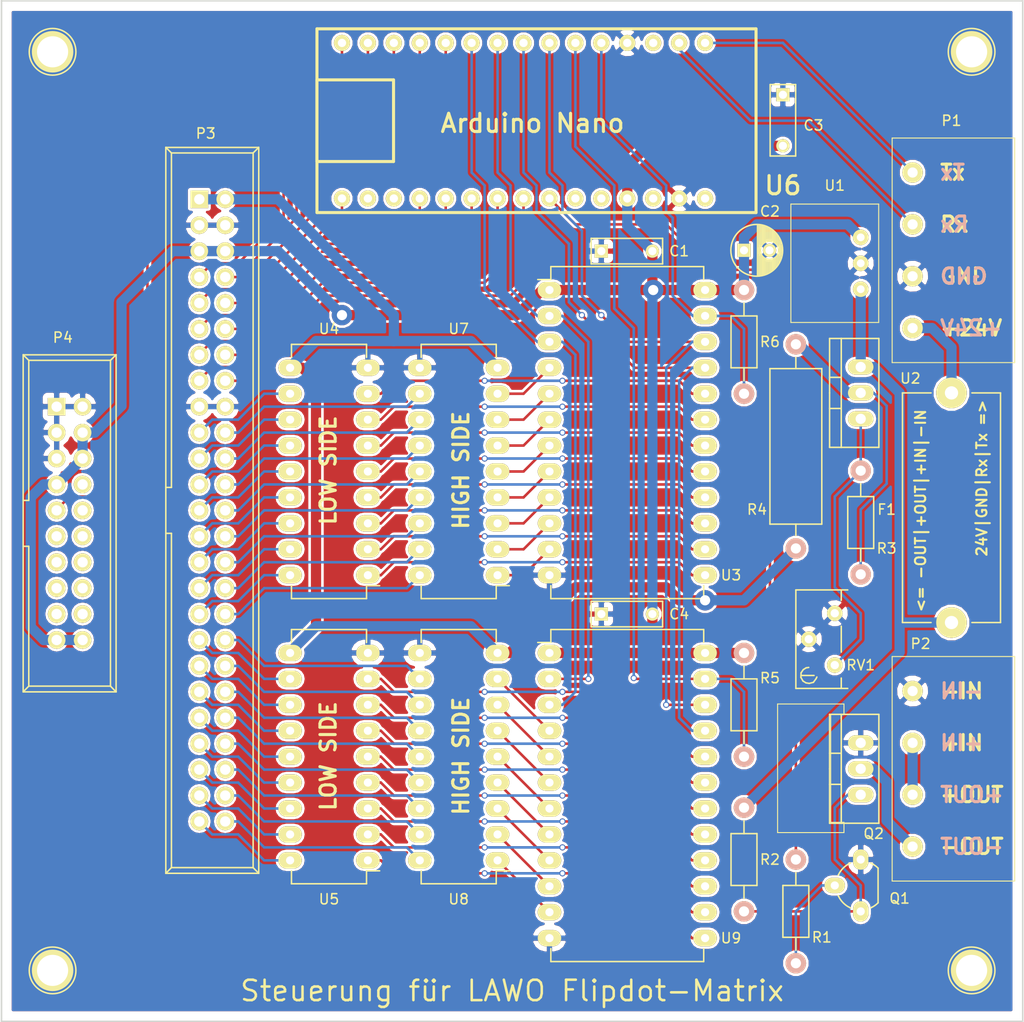
<source format=kicad_pcb>
(kicad_pcb (version 4) (host pcbnew "(2015-09-06 BZR 6161, Git 6b3ff2d)-product")
  (title_block (title "Steuerplatine für LAWO Flipdot-Matrix") (date 2016-02-22) (rev 1.0))
  (layers (0 F.Cu signal) (31 B.Cu signal) (34 B.Paste user) (35 F.Paste user) (36 B.SilkS user) (37 F.SilkS user) (38 B.Mask user) (39 F.Mask user) (44 Edge.Cuts user))
  (net 0 "")
  (net 1 +5V)
  (net 2 GND)
  (net 3 "Net-(F1-Pad1)")
  (net 4 +24V)
  (net 5 /Tx)
  (net 6 /Rx)
  (net 7 "Net-(P2-Pad1)")
  (net 8 "Net-(P2-Pad2)")
  (net 9 VPP)
  (net 10 /E1)
  (net 11 /E4)
  (net 12 /E3)
  (net 13 /E2)
  (net 14 /COL_A4)
  (net 15 /COL_A3)
  (net 16 /D)
  (net 17 /COL_A2)
  (net 18 /COL_A1)
  (net 19 /COL_A0)
  (net 20 "Net-(P3-Pad19)")
  (net 21 "Net-(P3-Pad20)")
  (net 22 "Net-(P3-Pad21)")
  (net 23 "Net-(P3-Pad22)")
  (net 24 "Net-(P3-Pad23)")
  (net 25 "Net-(P3-Pad24)")
  (net 26 "Net-(P3-Pad25)")
  (net 27 "Net-(P3-Pad26)")
  (net 28 "Net-(P3-Pad27)")
  (net 29 "Net-(P3-Pad28)")
  (net 30 "Net-(P3-Pad29)")
  (net 31 "Net-(P3-Pad30)")
  (net 32 "Net-(P3-Pad31)")
  (net 33 "Net-(P3-Pad32)")
  (net 34 "Net-(P3-Pad33)")
  (net 35 "Net-(P3-Pad34)")
  (net 36 "Net-(P3-Pad35)")
  (net 37 "Net-(P3-Pad36)")
  (net 38 "Net-(P3-Pad37)")
  (net 39 "Net-(P3-Pad38)")
  (net 40 "Net-(P3-Pad39)")
  (net 41 "Net-(P3-Pad40)")
  (net 42 "Net-(P3-Pad41)")
  (net 43 "Net-(P3-Pad42)")
  (net 44 "Net-(P3-Pad43)")
  (net 45 "Net-(P3-Pad44)")
  (net 46 "Net-(P3-Pad45)")
  (net 47 "Net-(P3-Pad46)")
  (net 48 "Net-(P3-Pad47)")
  (net 49 "Net-(P3-Pad48)")
  (net 50 "Net-(P3-Pad49)")
  (net 51 "Net-(P3-Pad50)")
  (net 52 "Net-(P4-Pad8)")
  (net 53 /E5)
  (net 54 "Net-(P4-Pad10)")
  (net 55 "Net-(P4-Pad11)")
  (net 56 "Net-(P4-Pad12)")
  (net 57 "Net-(P4-Pad13)")
  (net 58 "Net-(P4-Pad14)")
  (net 59 "Net-(P4-Pad15)")
  (net 60 "Net-(P4-Pad16)")
  (net 61 "Net-(P4-Pad17)")
  (net 62 "Net-(P4-Pad18)")
  (net 63 "Net-(Q1-Pad2)")
  (net 64 "Net-(Q1-Pad1)")
  (net 65 /LED)
  (net 66 "Net-(R3-Pad1)")
  (net 67 "Net-(R3-Pad2)")
  (net 68 /ROW_A0)
  (net 69 /ROW_A1)
  (net 70 "Net-(U3-Pad4)")
  (net 71 "Net-(U3-Pad5)")
  (net 72 "Net-(U3-Pad6)")
  (net 73 "Net-(U3-Pad7)")
  (net 74 "Net-(U3-Pad8)")
  (net 75 "Net-(U3-Pad9)")
  (net 76 "Net-(U3-Pad10)")
  (net 77 "Net-(U3-Pad11)")
  (net 78 "Net-(U3-Pad13)")
  (net 79 "Net-(U3-Pad14)")
  (net 80 "Net-(U3-Pad15)")
  (net 81 "Net-(U3-Pad16)")
  (net 82 "Net-(U3-Pad17)")
  (net 83 "Net-(U3-Pad18)")
  (net 84 "Net-(U3-Pad19)")
  (net 85 "Net-(U3-Pad20)")
  (net 86 /ROW_A2)
  (net 87 /ROW_A3)
  (net 88 "Net-(U6-Pad2)")
  (net 89 "Net-(U6-Pad3)")
  (net 90 "Net-(U6-Pad10)")
  (net 91 "Net-(U6-Pad11)")
  (net 92 "Net-(U6-Pad13)")
  (net 93 "Net-(U6-Pad15)")
  (net 94 "Net-(U6-Pad18)")
  (net 95 "Net-(U8-Pad1)")
  (net 96 "Net-(U8-Pad2)")
  (net 97 "Net-(U8-Pad3)")
  (net 98 "Net-(U8-Pad4)")
  (net 99 "Net-(U8-Pad5)")
  (net 100 "Net-(U8-Pad6)")
  (net 101 "Net-(U8-Pad7)")
  (net 102 "Net-(U8-Pad8)")
  (net 103 /ROWS_TOP)
  (net 104 "Net-(U5-Pad1)")
  (net 105 "Net-(U5-Pad2)")
  (net 106 "Net-(U5-Pad3)")
  (net 107 "Net-(U5-Pad4)")
  (net 108 "Net-(U5-Pad5)")
  (net 109 "Net-(U5-Pad6)")
  (net 110 "Net-(U5-Pad7)")
  (net 111 "Net-(U5-Pad8)")
  (net 112 /ROWS_BOTTOM)
  (module Capacitors_ThroughHole:C_Rect_L7_W2.5_P5 (layer F.Cu) (at 78.74 44.53)
    (fp_text reference C1 (at 7.62 0) (layer F.SilkS))
    (fp_text value 100n)
    (pad 1 thru_hole rect (at 0 0) (size 1.3 1.3) (drill 0.8) (layers *.Cu *.Mask F.SilkS) (net 2 GND))
    (pad 2 thru_hole circle (at 5 0) (size 1.3 1.3) (drill 0.8) (layers *.Cu *.Mask F.SilkS) (net 1 +5V))
  )
  (module Capacitors_ThroughHole:C_Radial_D5_L11_P2.5 (layer F.Cu) (at 92.71 44.45)
    (fp_text reference C2 (at 2.54 -3.81) (layer F.SilkS))
    (fp_text value 100u)
    (pad 1 thru_hole rect (at 0 0) (size 1.3 1.3) (drill 0.8) (layers *.Cu *.Mask F.SilkS) (net 1 +5V))
    (pad 2 thru_hole circle (at 2.5 0) (size 1.3 1.3) (drill 0.8) (layers *.Cu *.Mask F.SilkS) (net 2 GND))
  )
  (module Capacitors_ThroughHole:C_Rect_L7_W2.5_P5 (layer F.Cu) (at 96.52 29.21 270)
    (fp_text reference C3 (at 3 -3 360) (layer F.SilkS))
    (fp_text value 100n)
    (pad 1 thru_hole rect (at 0 0 270) (size 1.3 1.3) (drill 0.8) (layers *.Cu *.Mask F.SilkS) (net 2 GND))
    (pad 2 thru_hole circle (at 5 0 270) (size 1.3 1.3) (drill 0.8) (layers *.Cu *.Mask F.SilkS) (net 1 +5V))
  )
  (module Capacitors_ThroughHole:C_Rect_L7_W2.5_P5 (layer F.Cu) (at 78.74 80.09)
    (fp_text reference C4 (at 7.62 0) (layer F.SilkS))
    (fp_text value 100n)
    (pad 1 thru_hole rect (at 0 0) (size 1.3 1.3) (drill 0.8) (layers *.Cu *.Mask F.SilkS) (net 2 GND))
    (pad 2 thru_hole circle (at 5 0) (size 1.3 1.3) (drill 0.8) (layers *.Cu *.Mask F.SilkS) (net 1 +5V))
  )
  (module custom:Terminal_Conn_4pin_RM5.08 (layer F.Cu) (at 109.22 44.45 90)
    (fp_text reference P1 (at 12.7 3.81 180) (layer F.SilkS))
    (fp_text value POWER/DATA)
    (pad 1 thru_hole circle (at -7.62 0 90) (size 2 2) (drill 1) (layers *.Cu *.Mask F.SilkS) (net 3 "Net-(F1-Pad1)"))
    (pad 2 thru_hole circle (at -2.54 0 90) (size 2 2) (drill 1) (layers *.Cu *.Mask F.SilkS) (net 2 GND))
    (pad 3 thru_hole circle (at 2.54 0 90) (size 2 2) (drill 1) (layers *.Cu *.Mask F.SilkS) (net 6 /Rx))
    (pad 4 thru_hole circle (at 7.62 0 90) (size 2 2) (drill 1) (layers *.Cu *.Mask F.SilkS) (net 5 /Tx))
  )
  (module custom:Terminal_Conn_4pin_RM5.08 (layer F.Cu) (at 109.22 95.25 90)
    (fp_text reference P2 (at 12.25 0.78 180) (layer F.SilkS))
    (fp_text value LED)
    (pad 1 thru_hole circle (at -7.62 0 90) (size 2 2) (drill 1) (layers *.Cu *.Mask F.SilkS) (net 7 "Net-(P2-Pad1)"))
    (pad 2 thru_hole circle (at -2.54 0 90) (size 2 2) (drill 1) (layers *.Cu *.Mask F.SilkS) (net 8 "Net-(P2-Pad2)"))
    (pad 3 thru_hole circle (at 2.54 0 90) (size 2 2) (drill 1) (layers *.Cu *.Mask F.SilkS) (net 8 "Net-(P2-Pad2)"))
    (pad 4 thru_hole circle (at 7.62 0 90) (size 2 2) (drill 1) (layers *.Cu *.Mask F.SilkS) (net 2 GND))
  )
  (module Connect:IDC_Header_Straight_50pins (layer F.Cu) (at 39.37 39.45 270)
    (fp_text reference P3 (at -6.45 -0.63 360) (layer F.SilkS))
    (fp_text value MATRIX)
    (pad 1 thru_hole rect (at 0 0 270) (size 1.7272 1.7272) (drill 1.016) (layers *.Cu *.Mask F.SilkS) (net 9 VPP))
    (pad 2 thru_hole oval (at 0 -2.54 270) (size 1.7272 1.7272) (drill 1.016) (layers *.Cu *.Mask F.SilkS) (net 9 VPP))
    (pad 3 thru_hole oval (at 2.54 0 270) (size 1.7272 1.7272) (drill 1.016) (layers *.Cu *.Mask F.SilkS) (net 2 GND))
    (pad 4 thru_hole oval (at 2.54 -2.54 270) (size 1.7272 1.7272) (drill 1.016) (layers *.Cu *.Mask F.SilkS) (net 2 GND))
    (pad 5 thru_hole oval (at 5.08 0 270) (size 1.7272 1.7272) (drill 1.016) (layers *.Cu *.Mask F.SilkS) (net 1 +5V))
    (pad 6 thru_hole oval (at 5.08 -2.54 270) (size 1.7272 1.7272) (drill 1.016) (layers *.Cu *.Mask F.SilkS) (net 1 +5V))
    (pad 7 thru_hole oval (at 7.62 0 270) (size 1.7272 1.7272) (drill 1.016) (layers *.Cu *.Mask F.SilkS) (net 10 /E1))
    (pad 8 thru_hole oval (at 7.62 -2.54 270) (size 1.7272 1.7272) (drill 1.016) (layers *.Cu *.Mask F.SilkS) (net 11 /E4))
    (pad 9 thru_hole oval (at 10.16 0 270) (size 1.7272 1.7272) (drill 1.016) (layers *.Cu *.Mask F.SilkS) (net 12 /E3))
    (pad 10 thru_hole oval (at 10.16 -2.54 270) (size 1.7272 1.7272) (drill 1.016) (layers *.Cu *.Mask F.SilkS) (net 13 /E2))
    (pad 11 thru_hole oval (at 12.7 0 270) (size 1.7272 1.7272) (drill 1.016) (layers *.Cu *.Mask F.SilkS) (net 14 /COL_A4))
    (pad 12 thru_hole oval (at 12.7 -2.54 270) (size 1.7272 1.7272) (drill 1.016) (layers *.Cu *.Mask F.SilkS) (net 15 /COL_A3))
    (pad 13 thru_hole oval (at 15.24 0 270) (size 1.7272 1.7272) (drill 1.016) (layers *.Cu *.Mask F.SilkS) (net 16 /D))
    (pad 14 thru_hole oval (at 15.24 -2.54 270) (size 1.7272 1.7272) (drill 1.016) (layers *.Cu *.Mask F.SilkS) (net 17 /COL_A2))
    (pad 15 thru_hole oval (at 17.78 0 270) (size 1.7272 1.7272) (drill 1.016) (layers *.Cu *.Mask F.SilkS) (net 18 /COL_A1))
    (pad 16 thru_hole oval (at 17.78 -2.54 270) (size 1.7272 1.7272) (drill 1.016) (layers *.Cu *.Mask F.SilkS) (net 19 /COL_A0))
    (pad 17 thru_hole oval (at 20.32 0 270) (size 1.7272 1.7272) (drill 1.016) (layers *.Cu *.Mask F.SilkS) (net 2 GND))
    (pad 18 thru_hole oval (at 20.32 -2.54 270) (size 1.7272 1.7272) (drill 1.016) (layers *.Cu *.Mask F.SilkS) (net 2 GND))
    (pad 19 thru_hole oval (at 22.86 0 270) (size 1.7272 1.7272) (drill 1.016) (layers *.Cu *.Mask F.SilkS) (net 20 "Net-(P3-Pad19)"))
    (pad 20 thru_hole oval (at 22.86 -2.54 270) (size 1.7272 1.7272) (drill 1.016) (layers *.Cu *.Mask F.SilkS) (net 21 "Net-(P3-Pad20)"))
    (pad 21 thru_hole oval (at 25.4 0 270) (size 1.7272 1.7272) (drill 1.016) (layers *.Cu *.Mask F.SilkS) (net 22 "Net-(P3-Pad21)"))
    (pad 22 thru_hole oval (at 25.4 -2.54 270) (size 1.7272 1.7272) (drill 1.016) (layers *.Cu *.Mask F.SilkS) (net 23 "Net-(P3-Pad22)"))
    (pad 23 thru_hole oval (at 27.94 0 270) (size 1.7272 1.7272) (drill 1.016) (layers *.Cu *.Mask F.SilkS) (net 24 "Net-(P3-Pad23)"))
    (pad 24 thru_hole oval (at 27.94 -2.54 270) (size 1.7272 1.7272) (drill 1.016) (layers *.Cu *.Mask F.SilkS) (net 25 "Net-(P3-Pad24)"))
    (pad 25 thru_hole oval (at 30.48 0 270) (size 1.7272 1.7272) (drill 1.016) (layers *.Cu *.Mask F.SilkS) (net 26 "Net-(P3-Pad25)"))
    (pad 26 thru_hole oval (at 30.48 -2.54 270) (size 1.7272 1.7272) (drill 1.016) (layers *.Cu *.Mask F.SilkS) (net 27 "Net-(P3-Pad26)"))
    (pad 27 thru_hole oval (at 33.02 0 270) (size 1.7272 1.7272) (drill 1.016) (layers *.Cu *.Mask F.SilkS) (net 28 "Net-(P3-Pad27)"))
    (pad 28 thru_hole oval (at 33.02 -2.54 270) (size 1.7272 1.7272) (drill 1.016) (layers *.Cu *.Mask F.SilkS) (net 29 "Net-(P3-Pad28)"))
    (pad 29 thru_hole oval (at 35.56 0 270) (size 1.7272 1.7272) (drill 1.016) (layers *.Cu *.Mask F.SilkS) (net 30 "Net-(P3-Pad29)"))
    (pad 30 thru_hole oval (at 35.56 -2.54 270) (size 1.7272 1.7272) (drill 1.016) (layers *.Cu *.Mask F.SilkS) (net 31 "Net-(P3-Pad30)"))
    (pad 31 thru_hole oval (at 38.1 0 270) (size 1.7272 1.7272) (drill 1.016) (layers *.Cu *.Mask F.SilkS) (net 32 "Net-(P3-Pad31)"))
    (pad 32 thru_hole oval (at 38.1 -2.54 270) (size 1.7272 1.7272) (drill 1.016) (layers *.Cu *.Mask F.SilkS) (net 33 "Net-(P3-Pad32)"))
    (pad 33 thru_hole oval (at 40.64 0 270) (size 1.7272 1.7272) (drill 1.016) (layers *.Cu *.Mask F.SilkS) (net 34 "Net-(P3-Pad33)"))
    (pad 34 thru_hole oval (at 40.64 -2.54 270) (size 1.7272 1.7272) (drill 1.016) (layers *.Cu *.Mask F.SilkS) (net 35 "Net-(P3-Pad34)"))
    (pad 35 thru_hole oval (at 43.18 0 270) (size 1.7272 1.7272) (drill 1.016) (layers *.Cu *.Mask F.SilkS) (net 36 "Net-(P3-Pad35)"))
    (pad 36 thru_hole oval (at 43.18 -2.54 270) (size 1.7272 1.7272) (drill 1.016) (layers *.Cu *.Mask F.SilkS) (net 37 "Net-(P3-Pad36)"))
    (pad 37 thru_hole oval (at 45.72 0 270) (size 1.7272 1.7272) (drill 1.016) (layers *.Cu *.Mask F.SilkS) (net 38 "Net-(P3-Pad37)"))
    (pad 38 thru_hole oval (at 45.72 -2.54 270) (size 1.7272 1.7272) (drill 1.016) (layers *.Cu *.Mask F.SilkS) (net 39 "Net-(P3-Pad38)"))
    (pad 39 thru_hole oval (at 48.26 0 270) (size 1.7272 1.7272) (drill 1.016) (layers *.Cu *.Mask F.SilkS) (net 40 "Net-(P3-Pad39)"))
    (pad 40 thru_hole oval (at 48.26 -2.54 270) (size 1.7272 1.7272) (drill 1.016) (layers *.Cu *.Mask F.SilkS) (net 41 "Net-(P3-Pad40)"))
    (pad 41 thru_hole oval (at 50.8 0 270) (size 1.7272 1.7272) (drill 1.016) (layers *.Cu *.Mask F.SilkS) (net 42 "Net-(P3-Pad41)"))
    (pad 42 thru_hole oval (at 50.8 -2.54 270) (size 1.7272 1.7272) (drill 1.016) (layers *.Cu *.Mask F.SilkS) (net 43 "Net-(P3-Pad42)"))
    (pad 43 thru_hole oval (at 53.34 0 270) (size 1.7272 1.7272) (drill 1.016) (layers *.Cu *.Mask F.SilkS) (net 44 "Net-(P3-Pad43)"))
    (pad 44 thru_hole oval (at 53.34 -2.54 270) (size 1.7272 1.7272) (drill 1.016) (layers *.Cu *.Mask F.SilkS) (net 45 "Net-(P3-Pad44)"))
    (pad 45 thru_hole oval (at 55.88 0 270) (size 1.7272 1.7272) (drill 1.016) (layers *.Cu *.Mask F.SilkS) (net 46 "Net-(P3-Pad45)"))
    (pad 46 thru_hole oval (at 55.88 -2.54 270) (size 1.7272 1.7272) (drill 1.016) (layers *.Cu *.Mask F.SilkS) (net 47 "Net-(P3-Pad46)"))
    (pad 47 thru_hole oval (at 58.42 0 270) (size 1.7272 1.7272) (drill 1.016) (layers *.Cu *.Mask F.SilkS) (net 48 "Net-(P3-Pad47)"))
    (pad 48 thru_hole oval (at 58.42 -2.54 270) (size 1.7272 1.7272) (drill 1.016) (layers *.Cu *.Mask F.SilkS) (net 49 "Net-(P3-Pad48)"))
    (pad 49 thru_hole oval (at 60.96 0 270) (size 1.7272 1.7272) (drill 1.016) (layers *.Cu *.Mask F.SilkS) (net 50 "Net-(P3-Pad49)"))
    (pad 50 thru_hole oval (at 60.96 -2.54 270) (size 1.7272 1.7272) (drill 1.016) (layers *.Cu *.Mask F.SilkS) (net 51 "Net-(P3-Pad50)"))
  )
  (module Connect:IDC_Header_Straight_20pins (layer F.Cu) (at 25.4 59.77 270)
    (fp_text reference P4 (at -6.77 -0.6 360) (layer F.SilkS))
    (fp_text value MUX)
    (pad 1 thru_hole rect (at 0 0 270) (size 1.7272 1.7272) (drill 1.016) (layers *.Cu *.Mask F.SilkS) (net 2 GND))
    (pad 2 thru_hole oval (at 0 -2.54 270) (size 1.7272 1.7272) (drill 1.016) (layers *.Cu *.Mask F.SilkS) (net 2 GND))
    (pad 3 thru_hole oval (at 2.54 0 270) (size 1.7272 1.7272) (drill 1.016) (layers *.Cu *.Mask F.SilkS) (net 2 GND))
    (pad 4 thru_hole oval (at 2.54 -2.54 270) (size 1.7272 1.7272) (drill 1.016) (layers *.Cu *.Mask F.SilkS) (net 1 +5V))
    (pad 5 thru_hole oval (at 5.08 0 270) (size 1.7272 1.7272) (drill 1.016) (layers *.Cu *.Mask F.SilkS) (net 2 GND))
    (pad 6 thru_hole oval (at 5.08 -2.54 270) (size 1.7272 1.7272) (drill 1.016) (layers *.Cu *.Mask F.SilkS) (net 1 +5V))
    (pad 7 thru_hole oval (at 7.62 0 270) (size 1.7272 1.7272) (drill 1.016) (layers *.Cu *.Mask F.SilkS) (net 1 +5V))
    (pad 8 thru_hole oval (at 7.62 -2.54 270) (size 1.7272 1.7272) (drill 1.016) (layers *.Cu *.Mask F.SilkS) (net 52 "Net-(P4-Pad8)"))
    (pad 9 thru_hole oval (at 10.16 0 270) (size 1.7272 1.7272) (drill 1.016) (layers *.Cu *.Mask F.SilkS) (net 53 /E5))
    (pad 10 thru_hole oval (at 10.16 -2.54 270) (size 1.7272 1.7272) (drill 1.016) (layers *.Cu *.Mask F.SilkS) (net 54 "Net-(P4-Pad10)"))
    (pad 11 thru_hole oval (at 12.7 0 270) (size 1.7272 1.7272) (drill 1.016) (layers *.Cu *.Mask F.SilkS) (net 55 "Net-(P4-Pad11)"))
    (pad 12 thru_hole oval (at 12.7 -2.54 270) (size 1.7272 1.7272) (drill 1.016) (layers *.Cu *.Mask F.SilkS) (net 56 "Net-(P4-Pad12)"))
    (pad 13 thru_hole oval (at 15.24 0 270) (size 1.7272 1.7272) (drill 1.016) (layers *.Cu *.Mask F.SilkS) (net 57 "Net-(P4-Pad13)"))
    (pad 14 thru_hole oval (at 15.24 -2.54 270) (size 1.7272 1.7272) (drill 1.016) (layers *.Cu *.Mask F.SilkS) (net 58 "Net-(P4-Pad14)"))
    (pad 15 thru_hole oval (at 17.78 0 270) (size 1.7272 1.7272) (drill 1.016) (layers *.Cu *.Mask F.SilkS) (net 59 "Net-(P4-Pad15)"))
    (pad 16 thru_hole oval (at 17.78 -2.54 270) (size 1.7272 1.7272) (drill 1.016) (layers *.Cu *.Mask F.SilkS) (net 60 "Net-(P4-Pad16)"))
    (pad 17 thru_hole oval (at 20.32 0 270) (size 1.7272 1.7272) (drill 1.016) (layers *.Cu *.Mask F.SilkS) (net 61 "Net-(P4-Pad17)"))
    (pad 18 thru_hole oval (at 20.32 -2.54 270) (size 1.7272 1.7272) (drill 1.016) (layers *.Cu *.Mask F.SilkS) (net 62 "Net-(P4-Pad18)"))
    (pad 19 thru_hole oval (at 22.86 0 270) (size 1.7272 1.7272) (drill 1.016) (layers *.Cu *.Mask F.SilkS) (net 1 +5V))
    (pad 20 thru_hole oval (at 22.86 -2.54 270) (size 1.7272 1.7272) (drill 1.016) (layers *.Cu *.Mask F.SilkS) (net 1 +5V))
  )
  (module TO_SOT_Packages_THT:TO-92_Molded_Wide_Oval (layer F.Cu) (at 104.14 109.22 90)
    (fp_text reference Q1 (at 1.27 3.81 180) (layer F.SilkS))
    (fp_text value BC547)
    (pad 2 thru_hole oval (at 2.54 -2.54 180) (size 1.99898 1.50114) (drill 0.8) (layers *.Cu *.Mask F.SilkS) (net 63 "Net-(Q1-Pad2)"))
    (pad 1 thru_hole oval (at 0 0 180) (size 1.50114 1.99898) (drill 0.8) (layers *.Cu *.Mask F.SilkS) (net 64 "Net-(Q1-Pad1)"))
    (pad 3 thru_hole oval (at 5.08 0 180) (size 1.50114 1.99898) (drill 0.8) (layers *.Cu *.Mask F.SilkS) (net 2 GND))
  )
  (module TO_SOT_Packages_THT:TO-220_Neutral123_Vertical (layer F.Cu) (at 104.14 95.25 90)
    (fp_text reference Q2 (at -6.35 1.27 180) (layer F.SilkS))
    (fp_text value IRF740)
    (pad 2 thru_hole oval (at 0 0 180) (size 2.49936 1.50114) (drill 1.00076) (layers *.Cu *.Mask F.SilkS) (net 7 "Net-(P2-Pad1)"))
    (pad 1 thru_hole oval (at -2.54 0 180) (size 2.49936 1.50114) (drill 1.00076) (layers *.Cu *.Mask F.SilkS) (net 64 "Net-(Q1-Pad1)"))
    (pad 3 thru_hole oval (at 2.54 0 180) (size 2.49936 1.50114) (drill 1.00076) (layers *.Cu *.Mask F.SilkS) (net 2 GND))
  )
  (module Resistors_ThroughHole:Resistor_Horizontal_RM10mm (layer F.Cu) (at 97.79 114.3 90)
    (fp_text reference R1 (at 2.54 2.54 180) (layer F.SilkS))
    (fp_text value 10k)
    (pad 1 thru_hole circle (at 0 0 90) (size 1.99898 1.99898) (drill 1.00076) (layers *.Cu *.SilkS *.Mask) (net 63 "Net-(Q1-Pad2)"))
    (pad 2 thru_hole circle (at 10.16 0 90) (size 1.99898 1.99898) (drill 1.00076) (layers *.Cu *.SilkS *.Mask) (net 65 /LED))
  )
  (module Resistors_ThroughHole:Resistor_Horizontal_RM10mm (layer F.Cu) (at 92.71 109.22 90)
    (fp_text reference R2 (at 5.08 2.54 180) (layer F.SilkS))
    (fp_text value 10k)
    (pad 1 thru_hole circle (at 0 0 90) (size 1.99898 1.99898) (drill 1.00076) (layers *.Cu *.SilkS *.Mask) (net 64 "Net-(Q1-Pad1)"))
    (pad 2 thru_hole circle (at 10.16 0 90) (size 1.99898 1.99898) (drill 1.00076) (layers *.Cu *.SilkS *.Mask) (net 4 +24V))
  )
  (module Resistors_ThroughHole:Resistor_Horizontal_RM10mm (layer F.Cu) (at 104.14 76.2 90)
    (fp_text reference R3 (at 2.54 2.54 180) (layer F.SilkS))
    (fp_text value 240)
    (pad 1 thru_hole circle (at 0 0 90) (size 1.99898 1.99898) (drill 1.00076) (layers *.Cu *.SilkS *.Mask) (net 66 "Net-(R3-Pad1)"))
    (pad 2 thru_hole circle (at 10.16 0 90) (size 1.99898 1.99898) (drill 1.00076) (layers *.Cu *.SilkS *.Mask) (net 67 "Net-(R3-Pad2)"))
  )
  (module Resistors_ThroughHole:Resistor_Horizontal_RM20mm (layer F.Cu) (at 97.79 73.66 90)
    (fp_text reference R4 (at 3.81 -3.81 180) (layer F.SilkS))
    (fp_text value 56)
    (pad 1 thru_hole circle (at 0 0 90) (size 1.99898 1.99898) (drill 1.00076) (layers *.Cu *.SilkS *.Mask) (net 9 VPP))
    (pad 2 thru_hole circle (at 20 0 90) (size 1.99898 1.99898) (drill 1.00076) (layers *.Cu *.SilkS *.Mask) (net 66 "Net-(R3-Pad1)"))
  )
  (module Potentiometers:Potentiometer_Bourns_3296Y_3-8Zoll_Angular_ScrewUp (layer F.Cu) (at 101.6 85.09)
    (fp_text reference RV1 (at 2.54 0) (layer F.SilkS))
    (fp_text value 5k)
    (pad 2 thru_hole circle (at -2.54 -2.54) (size 1.524 1.524) (drill 0.8128) (layers *.Cu *.Mask F.SilkS) (net 2 GND))
    (pad 3 thru_hole circle (at 0 -5.08) (size 1.524 1.524) (drill 0.8128) (layers *.Cu *.Mask F.SilkS) (net 2 GND))
    (pad 1 thru_hole circle (at 0 0) (size 1.524 1.524) (drill 0.8128) (layers *.Cu *.Mask F.SilkS) (net 67 "Net-(R3-Pad2)"))
  )
  (module custom:DC_DC_Converter_W11.5_L8.5_P2.54 (layer F.Cu) (at 101.6 45.72 90)
    (fp_text reference U1 (at 7.62 0 180) (layer F.SilkS))
    (fp_text value R-78E5.0-0.5)
    (pad 1 thru_hole circle (at -2.54 2.54 90) (size 1.524 1.524) (drill 0.762) (layers *.Cu *.Mask F.SilkS) (net 4 +24V))
    (pad 2 thru_hole circle (at 0 2.54 90) (size 1.524 1.524) (drill 0.762) (layers *.Cu *.Mask F.SilkS) (net 2 GND))
    (pad 3 thru_hole circle (at 2.54 2.54 90) (size 1.524 1.524) (drill 0.762) (layers *.Cu *.Mask F.SilkS) (net 1 +5V))
  )
  (module TO_SOT_Packages_THT:TO-220_Neutral123_Vertical (layer F.Cu) (at 104.14 58.42 90)
    (fp_text reference U2 (at 1.42 4.86 180) (layer F.SilkS))
    (fp_text value LM317T)
    (pad 2 thru_hole oval (at 0 0 180) (size 2.49936 1.50114) (drill 1.00076) (layers *.Cu *.Mask F.SilkS) (net 66 "Net-(R3-Pad1)"))
    (pad 1 thru_hole oval (at -2.54 0 180) (size 2.49936 1.50114) (drill 1.00076) (layers *.Cu *.Mask F.SilkS) (net 67 "Net-(R3-Pad2)"))
    (pad 3 thru_hole oval (at 2.54 0 180) (size 2.49936 1.50114) (drill 1.00076) (layers *.Cu *.Mask F.SilkS) (net 4 +24V))
  )
  (module Housings_DIP:DIP-24_W15.24mm_LongPads (layer F.Cu) (at 73.66 48.34)
    (fp_text reference U3 (at 17.78 27.94) (layer F.SilkS))
    (fp_text value CD4514B)
    (pad 1 thru_hole oval (at 0 0) (size 2.3 1.6) (drill 0.8) (layers *.Cu *.Mask F.SilkS) (net 1 +5V))
    (pad 2 thru_hole oval (at 0 2.54) (size 2.3 1.6) (drill 0.8) (layers *.Cu *.Mask F.SilkS) (net 68 /ROW_A0))
    (pad 3 thru_hole oval (at 0 5.08) (size 2.3 1.6) (drill 0.8) (layers *.Cu *.Mask F.SilkS) (net 69 /ROW_A1))
    (pad 4 thru_hole oval (at 0 7.62) (size 2.3 1.6) (drill 0.8) (layers *.Cu *.Mask F.SilkS) (net 70 "Net-(U3-Pad4)"))
    (pad 5 thru_hole oval (at 0 10.16) (size 2.3 1.6) (drill 0.8) (layers *.Cu *.Mask F.SilkS) (net 71 "Net-(U3-Pad5)"))
    (pad 6 thru_hole oval (at 0 12.7) (size 2.3 1.6) (drill 0.8) (layers *.Cu *.Mask F.SilkS) (net 72 "Net-(U3-Pad6)"))
    (pad 7 thru_hole oval (at 0 15.24) (size 2.3 1.6) (drill 0.8) (layers *.Cu *.Mask F.SilkS) (net 73 "Net-(U3-Pad7)"))
    (pad 8 thru_hole oval (at 0 17.78) (size 2.3 1.6) (drill 0.8) (layers *.Cu *.Mask F.SilkS) (net 74 "Net-(U3-Pad8)"))
    (pad 9 thru_hole oval (at 0 20.32) (size 2.3 1.6) (drill 0.8) (layers *.Cu *.Mask F.SilkS) (net 75 "Net-(U3-Pad9)"))
    (pad 10 thru_hole oval (at 0 22.86) (size 2.3 1.6) (drill 0.8) (layers *.Cu *.Mask F.SilkS) (net 76 "Net-(U3-Pad10)"))
    (pad 11 thru_hole oval (at 0 25.4) (size 2.3 1.6) (drill 0.8) (layers *.Cu *.Mask F.SilkS) (net 77 "Net-(U3-Pad11)"))
    (pad 12 thru_hole oval (at 0 27.94) (size 2.3 1.6) (drill 0.8) (layers *.Cu *.Mask F.SilkS) (net 2 GND))
    (pad 13 thru_hole oval (at 15.24 27.94) (size 2.3 1.6) (drill 0.8) (layers *.Cu *.Mask F.SilkS) (net 78 "Net-(U3-Pad13)"))
    (pad 14 thru_hole oval (at 15.24 25.4) (size 2.3 1.6) (drill 0.8) (layers *.Cu *.Mask F.SilkS) (net 79 "Net-(U3-Pad14)"))
    (pad 15 thru_hole oval (at 15.24 22.86) (size 2.3 1.6) (drill 0.8) (layers *.Cu *.Mask F.SilkS) (net 80 "Net-(U3-Pad15)"))
    (pad 16 thru_hole oval (at 15.24 20.32) (size 2.3 1.6) (drill 0.8) (layers *.Cu *.Mask F.SilkS) (net 81 "Net-(U3-Pad16)"))
    (pad 17 thru_hole oval (at 15.24 17.78) (size 2.3 1.6) (drill 0.8) (layers *.Cu *.Mask F.SilkS) (net 82 "Net-(U3-Pad17)"))
    (pad 18 thru_hole oval (at 15.24 15.24) (size 2.3 1.6) (drill 0.8) (layers *.Cu *.Mask F.SilkS) (net 83 "Net-(U3-Pad18)"))
    (pad 19 thru_hole oval (at 15.24 12.7) (size 2.3 1.6) (drill 0.8) (layers *.Cu *.Mask F.SilkS) (net 84 "Net-(U3-Pad19)"))
    (pad 20 thru_hole oval (at 15.24 10.16) (size 2.3 1.6) (drill 0.8) (layers *.Cu *.Mask F.SilkS) (net 85 "Net-(U3-Pad20)"))
    (pad 21 thru_hole oval (at 15.24 7.62) (size 2.3 1.6) (drill 0.8) (layers *.Cu *.Mask F.SilkS) (net 86 /ROW_A2))
    (pad 22 thru_hole oval (at 15.24 5.08) (size 2.3 1.6) (drill 0.8) (layers *.Cu *.Mask F.SilkS) (net 87 /ROW_A3))
    (pad 23 thru_hole oval (at 15.24 2.54) (size 2.3 1.6) (drill 0.8) (layers *.Cu *.Mask F.SilkS) (net 103 /ROWS_TOP))
    (pad 24 thru_hole oval (at 15.24 0) (size 2.3 1.6) (drill 0.8) (layers *.Cu *.Mask F.SilkS) (net 1 +5V))
  )
  (module Housings_DIP:DIP-18_W7.62mm_LongPads (layer F.Cu) (at 55.88 76.28 180)
    (fp_text reference U4 (at 3.81 24.13 180) (layer F.SilkS))
    (fp_text value ULN2803A)
    (pad 1 thru_hole oval (at 0 0 180) (size 2.3 1.6) (drill 0.8) (layers *.Cu *.Mask F.SilkS) (net 78 "Net-(U3-Pad13)"))
    (pad 2 thru_hole oval (at 0 2.54 180) (size 2.3 1.6) (drill 0.8) (layers *.Cu *.Mask F.SilkS) (net 79 "Net-(U3-Pad14)"))
    (pad 3 thru_hole oval (at 0 5.08 180) (size 2.3 1.6) (drill 0.8) (layers *.Cu *.Mask F.SilkS) (net 80 "Net-(U3-Pad15)"))
    (pad 4 thru_hole oval (at 0 7.62 180) (size 2.3 1.6) (drill 0.8) (layers *.Cu *.Mask F.SilkS) (net 81 "Net-(U3-Pad16)"))
    (pad 5 thru_hole oval (at 0 10.16 180) (size 2.3 1.6) (drill 0.8) (layers *.Cu *.Mask F.SilkS) (net 82 "Net-(U3-Pad17)"))
    (pad 6 thru_hole oval (at 0 12.7 180) (size 2.3 1.6) (drill 0.8) (layers *.Cu *.Mask F.SilkS) (net 83 "Net-(U3-Pad18)"))
    (pad 7 thru_hole oval (at 0 15.24 180) (size 2.3 1.6) (drill 0.8) (layers *.Cu *.Mask F.SilkS) (net 84 "Net-(U3-Pad19)"))
    (pad 8 thru_hole oval (at 0 17.78 180) (size 2.3 1.6) (drill 0.8) (layers *.Cu *.Mask F.SilkS) (net 85 "Net-(U3-Pad20)"))
    (pad 9 thru_hole oval (at 0 20.32 180) (size 2.3 1.6) (drill 0.8) (layers *.Cu *.Mask F.SilkS) (net 2 GND))
    (pad 10 thru_hole oval (at 7.62 20.32 180) (size 2.3 1.6) (drill 0.8) (layers *.Cu *.Mask F.SilkS) (net 9 VPP))
    (pad 11 thru_hole oval (at 7.62 17.78 180) (size 2.3 1.6) (drill 0.8) (layers *.Cu *.Mask F.SilkS) (net 20 "Net-(P3-Pad19)"))
    (pad 12 thru_hole oval (at 7.62 15.24 180) (size 2.3 1.6) (drill 0.8) (layers *.Cu *.Mask F.SilkS) (net 22 "Net-(P3-Pad21)"))
    (pad 13 thru_hole oval (at 7.62 12.7 180) (size 2.3 1.6) (drill 0.8) (layers *.Cu *.Mask F.SilkS) (net 24 "Net-(P3-Pad23)"))
    (pad 14 thru_hole oval (at 7.62 10.16 180) (size 2.3 1.6) (drill 0.8) (layers *.Cu *.Mask F.SilkS) (net 26 "Net-(P3-Pad25)"))
    (pad 15 thru_hole oval (at 7.62 7.62 180) (size 2.3 1.6) (drill 0.8) (layers *.Cu *.Mask F.SilkS) (net 28 "Net-(P3-Pad27)"))
    (pad 16 thru_hole oval (at 7.62 5.08 180) (size 2.3 1.6) (drill 0.8) (layers *.Cu *.Mask F.SilkS) (net 30 "Net-(P3-Pad29)"))
    (pad 17 thru_hole oval (at 7.62 2.54 180) (size 2.3 1.6) (drill 0.8) (layers *.Cu *.Mask F.SilkS) (net 32 "Net-(P3-Pad31)"))
    (pad 18 thru_hole oval (at 7.62 0 180) (size 2.3 1.6) (drill 0.8) (layers *.Cu *.Mask F.SilkS) (net 34 "Net-(P3-Pad33)"))
  )
  (module Housings_DIP:DIP-18_W7.62mm_LongPads (layer F.Cu) (at 55.88 104.22 180)
    (fp_text reference U5 (at 3.81 -3.81 180) (layer F.SilkS))
    (fp_text value ULN2803A)
    (pad 1 thru_hole oval (at 0 0 180) (size 2.3 1.6) (drill 0.8) (layers *.Cu *.Mask F.SilkS) (net 104 "Net-(U5-Pad1)"))
    (pad 2 thru_hole oval (at 0 2.54 180) (size 2.3 1.6) (drill 0.8) (layers *.Cu *.Mask F.SilkS) (net 105 "Net-(U5-Pad2)"))
    (pad 3 thru_hole oval (at 0 5.08 180) (size 2.3 1.6) (drill 0.8) (layers *.Cu *.Mask F.SilkS) (net 106 "Net-(U5-Pad3)"))
    (pad 4 thru_hole oval (at 0 7.62 180) (size 2.3 1.6) (drill 0.8) (layers *.Cu *.Mask F.SilkS) (net 107 "Net-(U5-Pad4)"))
    (pad 5 thru_hole oval (at 0 10.16 180) (size 2.3 1.6) (drill 0.8) (layers *.Cu *.Mask F.SilkS) (net 108 "Net-(U5-Pad5)"))
    (pad 6 thru_hole oval (at 0 12.7 180) (size 2.3 1.6) (drill 0.8) (layers *.Cu *.Mask F.SilkS) (net 109 "Net-(U5-Pad6)"))
    (pad 7 thru_hole oval (at 0 15.24 180) (size 2.3 1.6) (drill 0.8) (layers *.Cu *.Mask F.SilkS) (net 110 "Net-(U5-Pad7)"))
    (pad 8 thru_hole oval (at 0 17.78 180) (size 2.3 1.6) (drill 0.8) (layers *.Cu *.Mask F.SilkS) (net 111 "Net-(U5-Pad8)"))
    (pad 9 thru_hole oval (at 0 20.32 180) (size 2.3 1.6) (drill 0.8) (layers *.Cu *.Mask F.SilkS) (net 2 GND))
    (pad 10 thru_hole oval (at 7.62 20.32 180) (size 2.3 1.6) (drill 0.8) (layers *.Cu *.Mask F.SilkS) (net 9 VPP))
    (pad 11 thru_hole oval (at 7.62 17.78 180) (size 2.3 1.6) (drill 0.8) (layers *.Cu *.Mask F.SilkS) (net 36 "Net-(P3-Pad35)"))
    (pad 12 thru_hole oval (at 7.62 15.24 180) (size 2.3 1.6) (drill 0.8) (layers *.Cu *.Mask F.SilkS) (net 38 "Net-(P3-Pad37)"))
    (pad 13 thru_hole oval (at 7.62 12.7 180) (size 2.3 1.6) (drill 0.8) (layers *.Cu *.Mask F.SilkS) (net 40 "Net-(P3-Pad39)"))
    (pad 14 thru_hole oval (at 7.62 10.16 180) (size 2.3 1.6) (drill 0.8) (layers *.Cu *.Mask F.SilkS) (net 42 "Net-(P3-Pad41)"))
    (pad 15 thru_hole oval (at 7.62 7.62 180) (size 2.3 1.6) (drill 0.8) (layers *.Cu *.Mask F.SilkS) (net 44 "Net-(P3-Pad43)"))
    (pad 16 thru_hole oval (at 7.62 5.08 180) (size 2.3 1.6) (drill 0.8) (layers *.Cu *.Mask F.SilkS) (net 46 "Net-(P3-Pad45)"))
    (pad 17 thru_hole oval (at 7.62 2.54 180) (size 2.3 1.6) (drill 0.8) (layers *.Cu *.Mask F.SilkS) (net 48 "Net-(P3-Pad47)"))
    (pad 18 thru_hole oval (at 7.62 0 180) (size 2.3 1.6) (drill 0.8) (layers *.Cu *.Mask F.SilkS) (net 50 "Net-(P3-Pad49)"))
  )
  (module custom:Arduino_Nano (layer F.Cu) (at 72.39 31.75)
    (fp_text reference U6 (at 24.13 6.35 180) (layer F.SilkS) (effects (font (size 1.778 1.778) (thickness 0.3048))))
    (fp_text value "Arduino Nano" (at -0.39 0.25) (layer F.SilkS) (effects (font (size 1.778 1.778) (thickness 0.3048))))
    (pad 1 thru_hole circle (at -19.05 7.62) (size 1.5748 1.5748) (drill 0.8128) (layers *.Cu *.Mask F.SilkS) (net 14 /COL_A4))
    (pad 2 thru_hole circle (at -16.51 7.62) (size 1.5748 1.5748) (drill 0.8128) (layers *.Cu *.Mask F.SilkS) (net 88 "Net-(U6-Pad2)"))
    (pad 3 thru_hole circle (at -13.97 7.62) (size 1.5748 1.5748) (drill 0.8128) (layers *.Cu *.Mask F.SilkS) (net 89 "Net-(U6-Pad3)"))
    (pad 4 thru_hole circle (at -11.43 7.62) (size 1.5748 1.5748) (drill 0.8128) (layers *.Cu *.Mask F.SilkS) (net 15 /COL_A3))
    (pad 5 thru_hole circle (at -8.89 7.62) (size 1.5748 1.5748) (drill 0.8128) (layers *.Cu *.Mask F.SilkS) (net 16 /D))
    (pad 6 thru_hole circle (at -6.35 7.62) (size 1.5748 1.5748) (drill 0.8128) (layers *.Cu *.Mask F.SilkS) (net 17 /COL_A2))
    (pad 7 thru_hole circle (at -3.81 7.62) (size 1.5748 1.5748) (drill 0.8128) (layers *.Cu *.Mask F.SilkS) (net 18 /COL_A1))
    (pad 8 thru_hole circle (at -1.27 7.62) (size 1.5748 1.5748) (drill 0.8128) (layers *.Cu *.Mask F.SilkS) (net 19 /COL_A0))
    (pad 9 thru_hole circle (at 1.27 7.62) (size 1.5748 1.5748) (drill 0.8128) (layers *.Cu *.Mask F.SilkS) (net 65 /LED))
    (pad 10 thru_hole circle (at 3.81 7.62) (size 1.5748 1.5748) (drill 0.8128) (layers *.Cu *.Mask F.SilkS) (net 90 "Net-(U6-Pad10)"))
    (pad 11 thru_hole circle (at 6.35 7.62) (size 1.5748 1.5748) (drill 0.8128) (layers *.Cu *.Mask F.SilkS) (net 91 "Net-(U6-Pad11)"))
    (pad 12 thru_hole circle (at 8.89 7.62) (size 1.5748 1.5748) (drill 0.8128) (layers *.Cu *.Mask F.SilkS) (net 1 +5V))
    (pad 13 thru_hole circle (at 11.43 7.62) (size 1.5748 1.5748) (drill 0.8128) (layers *.Cu *.Mask F.SilkS) (net 92 "Net-(U6-Pad13)"))
    (pad 14 thru_hole circle (at 13.97 7.62) (size 1.5748 1.5748) (drill 0.8128) (layers *.Cu *.Mask F.SilkS) (net 2 GND))
    (pad 15 thru_hole circle (at 16.51 7.62) (size 1.5748 1.5748) (drill 0.8128) (layers *.Cu *.Mask F.SilkS) (net 93 "Net-(U6-Pad15)"))
    (pad 16 thru_hole circle (at 16.51 -7.62) (size 1.5748 1.5748) (drill 0.8128) (layers *.Cu *.Mask F.SilkS) (net 5 /Tx))
    (pad 17 thru_hole circle (at 13.97 -7.62) (size 1.5748 1.5748) (drill 0.8128) (layers *.Cu *.Mask F.SilkS) (net 6 /Rx))
    (pad 18 thru_hole circle (at 11.43 -7.62) (size 1.5748 1.5748) (drill 0.8128) (layers *.Cu *.Mask F.SilkS) (net 94 "Net-(U6-Pad18)"))
    (pad 19 thru_hole circle (at 8.89 -7.62) (size 1.5748 1.5748) (drill 0.8128) (layers *.Cu *.Mask F.SilkS) (net 2 GND))
    (pad 20 thru_hole circle (at 6.35 -7.62) (size 1.5748 1.5748) (drill 0.8128) (layers *.Cu *.Mask F.SilkS) (net 103 /ROWS_TOP))
    (pad 21 thru_hole circle (at 3.81 -7.62) (size 1.5748 1.5748) (drill 0.8128) (layers *.Cu *.Mask F.SilkS) (net 112 /ROWS_BOTTOM))
    (pad 22 thru_hole circle (at 1.27 -7.62) (size 1.5748 1.5748) (drill 0.8128) (layers *.Cu *.Mask F.SilkS) (net 87 /ROW_A3))
    (pad 23 thru_hole circle (at -1.27 -7.62) (size 1.5748 1.5748) (drill 0.8128) (layers *.Cu *.Mask F.SilkS) (net 86 /ROW_A2))
    (pad 24 thru_hole circle (at -3.81 -7.62) (size 1.5748 1.5748) (drill 0.8128) (layers *.Cu *.Mask F.SilkS) (net 68 /ROW_A0))
    (pad 25 thru_hole circle (at -6.35 -7.62) (size 1.5748 1.5748) (drill 0.8128) (layers *.Cu *.Mask F.SilkS) (net 69 /ROW_A1))
    (pad 26 thru_hole circle (at -8.89 -7.62) (size 1.5748 1.5748) (drill 0.8128) (layers *.Cu *.Mask F.SilkS) (net 13 /E2))
    (pad 27 thru_hole circle (at -11.43 -7.62) (size 1.5748 1.5748) (drill 0.8128) (layers *.Cu *.Mask F.SilkS) (net 12 /E3))
    (pad 28 thru_hole circle (at -13.97 -7.62) (size 1.5748 1.5748) (drill 0.8128) (layers *.Cu *.Mask F.SilkS) (net 11 /E4))
    (pad 29 thru_hole circle (at -16.51 -7.62) (size 1.5748 1.5748) (drill 0.8128) (layers *.Cu *.Mask F.SilkS) (net 10 /E1))
    (pad 30 thru_hole circle (at -19.05 -7.62) (size 1.5748 1.5748) (drill 0.8128) (layers *.Cu *.Mask F.SilkS) (net 53 /E5))
  )
  (module Housings_DIP:DIP-18_W7.62mm_LongPads (layer F.Cu) (at 68.58 76.28 180)
    (fp_text reference U7 (at 3.81 24.13 180) (layer F.SilkS))
    (fp_text value UDN2981A)
    (pad 1 thru_hole oval (at 0 0 180) (size 2.3 1.6) (drill 0.8) (layers *.Cu *.Mask F.SilkS) (net 77 "Net-(U3-Pad11)"))
    (pad 2 thru_hole oval (at 0 2.54 180) (size 2.3 1.6) (drill 0.8) (layers *.Cu *.Mask F.SilkS) (net 76 "Net-(U3-Pad10)"))
    (pad 3 thru_hole oval (at 0 5.08 180) (size 2.3 1.6) (drill 0.8) (layers *.Cu *.Mask F.SilkS) (net 75 "Net-(U3-Pad9)"))
    (pad 4 thru_hole oval (at 0 7.62 180) (size 2.3 1.6) (drill 0.8) (layers *.Cu *.Mask F.SilkS) (net 74 "Net-(U3-Pad8)"))
    (pad 5 thru_hole oval (at 0 10.16 180) (size 2.3 1.6) (drill 0.8) (layers *.Cu *.Mask F.SilkS) (net 73 "Net-(U3-Pad7)"))
    (pad 6 thru_hole oval (at 0 12.7 180) (size 2.3 1.6) (drill 0.8) (layers *.Cu *.Mask F.SilkS) (net 72 "Net-(U3-Pad6)"))
    (pad 7 thru_hole oval (at 0 15.24 180) (size 2.3 1.6) (drill 0.8) (layers *.Cu *.Mask F.SilkS) (net 71 "Net-(U3-Pad5)"))
    (pad 8 thru_hole oval (at 0 17.78 180) (size 2.3 1.6) (drill 0.8) (layers *.Cu *.Mask F.SilkS) (net 70 "Net-(U3-Pad4)"))
    (pad 9 thru_hole oval (at 0 20.32 180) (size 2.3 1.6) (drill 0.8) (layers *.Cu *.Mask F.SilkS) (net 9 VPP))
    (pad 10 thru_hole oval (at 7.62 20.32 180) (size 2.3 1.6) (drill 0.8) (layers *.Cu *.Mask F.SilkS) (net 2 GND))
    (pad 11 thru_hole oval (at 7.62 17.78 180) (size 2.3 1.6) (drill 0.8) (layers *.Cu *.Mask F.SilkS) (net 21 "Net-(P3-Pad20)"))
    (pad 12 thru_hole oval (at 7.62 15.24 180) (size 2.3 1.6) (drill 0.8) (layers *.Cu *.Mask F.SilkS) (net 23 "Net-(P3-Pad22)"))
    (pad 13 thru_hole oval (at 7.62 12.7 180) (size 2.3 1.6) (drill 0.8) (layers *.Cu *.Mask F.SilkS) (net 25 "Net-(P3-Pad24)"))
    (pad 14 thru_hole oval (at 7.62 10.16 180) (size 2.3 1.6) (drill 0.8) (layers *.Cu *.Mask F.SilkS) (net 27 "Net-(P3-Pad26)"))
    (pad 15 thru_hole oval (at 7.62 7.62 180) (size 2.3 1.6) (drill 0.8) (layers *.Cu *.Mask F.SilkS) (net 29 "Net-(P3-Pad28)"))
    (pad 16 thru_hole oval (at 7.62 5.08 180) (size 2.3 1.6) (drill 0.8) (layers *.Cu *.Mask F.SilkS) (net 31 "Net-(P3-Pad30)"))
    (pad 17 thru_hole oval (at 7.62 2.54 180) (size 2.3 1.6) (drill 0.8) (layers *.Cu *.Mask F.SilkS) (net 33 "Net-(P3-Pad32)"))
    (pad 18 thru_hole oval (at 7.62 0 180) (size 2.3 1.6) (drill 0.8) (layers *.Cu *.Mask F.SilkS) (net 35 "Net-(P3-Pad34)"))
  )
  (module Housings_DIP:DIP-18_W7.62mm_LongPads (layer F.Cu) (at 68.58 104.22 180)
    (fp_text reference U8 (at 3.81 -3.81 180) (layer F.SilkS))
    (fp_text value UDN2981A)
    (pad 1 thru_hole oval (at 0 0 180) (size 2.3 1.6) (drill 0.8) (layers *.Cu *.Mask F.SilkS) (net 95 "Net-(U8-Pad1)"))
    (pad 2 thru_hole oval (at 0 2.54 180) (size 2.3 1.6) (drill 0.8) (layers *.Cu *.Mask F.SilkS) (net 96 "Net-(U8-Pad2)"))
    (pad 3 thru_hole oval (at 0 5.08 180) (size 2.3 1.6) (drill 0.8) (layers *.Cu *.Mask F.SilkS) (net 97 "Net-(U8-Pad3)"))
    (pad 4 thru_hole oval (at 0 7.62 180) (size 2.3 1.6) (drill 0.8) (layers *.Cu *.Mask F.SilkS) (net 98 "Net-(U8-Pad4)"))
    (pad 5 thru_hole oval (at 0 10.16 180) (size 2.3 1.6) (drill 0.8) (layers *.Cu *.Mask F.SilkS) (net 99 "Net-(U8-Pad5)"))
    (pad 6 thru_hole oval (at 0 12.7 180) (size 2.3 1.6) (drill 0.8) (layers *.Cu *.Mask F.SilkS) (net 100 "Net-(U8-Pad6)"))
    (pad 7 thru_hole oval (at 0 15.24 180) (size 2.3 1.6) (drill 0.8) (layers *.Cu *.Mask F.SilkS) (net 101 "Net-(U8-Pad7)"))
    (pad 8 thru_hole oval (at 0 17.78 180) (size 2.3 1.6) (drill 0.8) (layers *.Cu *.Mask F.SilkS) (net 102 "Net-(U8-Pad8)"))
    (pad 9 thru_hole oval (at 0 20.32 180) (size 2.3 1.6) (drill 0.8) (layers *.Cu *.Mask F.SilkS) (net 9 VPP))
    (pad 10 thru_hole oval (at 7.62 20.32 180) (size 2.3 1.6) (drill 0.8) (layers *.Cu *.Mask F.SilkS) (net 2 GND))
    (pad 11 thru_hole oval (at 7.62 17.78 180) (size 2.3 1.6) (drill 0.8) (layers *.Cu *.Mask F.SilkS) (net 37 "Net-(P3-Pad36)"))
    (pad 12 thru_hole oval (at 7.62 15.24 180) (size 2.3 1.6) (drill 0.8) (layers *.Cu *.Mask F.SilkS) (net 39 "Net-(P3-Pad38)"))
    (pad 13 thru_hole oval (at 7.62 12.7 180) (size 2.3 1.6) (drill 0.8) (layers *.Cu *.Mask F.SilkS) (net 41 "Net-(P3-Pad40)"))
    (pad 14 thru_hole oval (at 7.62 10.16 180) (size 2.3 1.6) (drill 0.8) (layers *.Cu *.Mask F.SilkS) (net 43 "Net-(P3-Pad42)"))
    (pad 15 thru_hole oval (at 7.62 7.62 180) (size 2.3 1.6) (drill 0.8) (layers *.Cu *.Mask F.SilkS) (net 45 "Net-(P3-Pad44)"))
    (pad 16 thru_hole oval (at 7.62 5.08 180) (size 2.3 1.6) (drill 0.8) (layers *.Cu *.Mask F.SilkS) (net 47 "Net-(P3-Pad46)"))
    (pad 17 thru_hole oval (at 7.62 2.54 180) (size 2.3 1.6) (drill 0.8) (layers *.Cu *.Mask F.SilkS) (net 49 "Net-(P3-Pad48)"))
    (pad 18 thru_hole oval (at 7.62 0 180) (size 2.3 1.6) (drill 0.8) (layers *.Cu *.Mask F.SilkS) (net 51 "Net-(P3-Pad50)"))
  )
  (module Housings_DIP:DIP-24_W15.24mm_LongPads (layer F.Cu) (at 73.66 83.9)
    (fp_text reference U9 (at 17.78 27.94) (layer F.SilkS))
    (fp_text value CD4514B)
    (pad 1 thru_hole oval (at 0 0) (size 2.3 1.6) (drill 0.8) (layers *.Cu *.Mask F.SilkS) (net 1 +5V))
    (pad 2 thru_hole oval (at 0 2.54) (size 2.3 1.6) (drill 0.8) (layers *.Cu *.Mask F.SilkS) (net 68 /ROW_A0))
    (pad 3 thru_hole oval (at 0 5.08) (size 2.3 1.6) (drill 0.8) (layers *.Cu *.Mask F.SilkS) (net 69 /ROW_A1))
    (pad 4 thru_hole oval (at 0 7.62) (size 2.3 1.6) (drill 0.8) (layers *.Cu *.Mask F.SilkS) (net 102 "Net-(U8-Pad8)"))
    (pad 5 thru_hole oval (at 0 10.16) (size 2.3 1.6) (drill 0.8) (layers *.Cu *.Mask F.SilkS) (net 101 "Net-(U8-Pad7)"))
    (pad 6 thru_hole oval (at 0 12.7) (size 2.3 1.6) (drill 0.8) (layers *.Cu *.Mask F.SilkS) (net 100 "Net-(U8-Pad6)"))
    (pad 7 thru_hole oval (at 0 15.24) (size 2.3 1.6) (drill 0.8) (layers *.Cu *.Mask F.SilkS) (net 99 "Net-(U8-Pad5)"))
    (pad 8 thru_hole oval (at 0 17.78) (size 2.3 1.6) (drill 0.8) (layers *.Cu *.Mask F.SilkS) (net 98 "Net-(U8-Pad4)"))
    (pad 9 thru_hole oval (at 0 20.32) (size 2.3 1.6) (drill 0.8) (layers *.Cu *.Mask F.SilkS) (net 97 "Net-(U8-Pad3)"))
    (pad 10 thru_hole oval (at 0 22.86) (size 2.3 1.6) (drill 0.8) (layers *.Cu *.Mask F.SilkS) (net 96 "Net-(U8-Pad2)"))
    (pad 11 thru_hole oval (at 0 25.4) (size 2.3 1.6) (drill 0.8) (layers *.Cu *.Mask F.SilkS) (net 95 "Net-(U8-Pad1)"))
    (pad 12 thru_hole oval (at 0 27.94) (size 2.3 1.6) (drill 0.8) (layers *.Cu *.Mask F.SilkS) (net 2 GND))
    (pad 13 thru_hole oval (at 15.24 27.94) (size 2.3 1.6) (drill 0.8) (layers *.Cu *.Mask F.SilkS) (net 104 "Net-(U5-Pad1)"))
    (pad 14 thru_hole oval (at 15.24 25.4) (size 2.3 1.6) (drill 0.8) (layers *.Cu *.Mask F.SilkS) (net 105 "Net-(U5-Pad2)"))
    (pad 15 thru_hole oval (at 15.24 22.86) (size 2.3 1.6) (drill 0.8) (layers *.Cu *.Mask F.SilkS) (net 106 "Net-(U5-Pad3)"))
    (pad 16 thru_hole oval (at 15.24 20.32) (size 2.3 1.6) (drill 0.8) (layers *.Cu *.Mask F.SilkS) (net 107 "Net-(U5-Pad4)"))
    (pad 17 thru_hole oval (at 15.24 17.78) (size 2.3 1.6) (drill 0.8) (layers *.Cu *.Mask F.SilkS) (net 108 "Net-(U5-Pad5)"))
    (pad 18 thru_hole oval (at 15.24 15.24) (size 2.3 1.6) (drill 0.8) (layers *.Cu *.Mask F.SilkS) (net 109 "Net-(U5-Pad6)"))
    (pad 19 thru_hole oval (at 15.24 12.7) (size 2.3 1.6) (drill 0.8) (layers *.Cu *.Mask F.SilkS) (net 110 "Net-(U5-Pad7)"))
    (pad 20 thru_hole oval (at 15.24 10.16) (size 2.3 1.6) (drill 0.8) (layers *.Cu *.Mask F.SilkS) (net 111 "Net-(U5-Pad8)"))
    (pad 21 thru_hole oval (at 15.24 7.62) (size 2.3 1.6) (drill 0.8) (layers *.Cu *.Mask F.SilkS) (net 86 /ROW_A2))
    (pad 22 thru_hole oval (at 15.24 5.08) (size 2.3 1.6) (drill 0.8) (layers *.Cu *.Mask F.SilkS) (net 87 /ROW_A3))
    (pad 23 thru_hole oval (at 15.24 2.54) (size 2.3 1.6) (drill 0.8) (layers *.Cu *.Mask F.SilkS) (net 112 /ROWS_BOTTOM))
    (pad 24 thru_hole oval (at 15.24 0) (size 2.3 1.6) (drill 0.8) (layers *.Cu *.Mask F.SilkS) (net 1 +5V))
  )
  (module Resistors_ThroughHole:Resistor_Horizontal_RM10mm (layer F.Cu) (at 92.71 94.06 90)
    (fp_text reference R5 (at 7.7 2.54 180) (layer F.SilkS))
    (fp_text value 10k)
    (pad 1 thru_hole circle (at 0 0 90) (size 1.99898 1.99898) (drill 1.00076) (layers *.Cu *.SilkS *.Mask) (net 112 /ROWS_BOTTOM))
    (pad 2 thru_hole circle (at 10.16 0 90) (size 1.99898 1.99898) (drill 1.00076) (layers *.Cu *.SilkS *.Mask) (net 1 +5V))
  )
  (module Resistors_ThroughHole:Resistor_Horizontal_RM10mm (layer F.Cu) (at 92.71 58.5 90)
    (fp_text reference R6 (at 5.08 2.54 180) (layer F.SilkS))
    (fp_text value 10k)
    (pad 1 thru_hole circle (at 0 0 90) (size 1.99898 1.99898) (drill 1.00076) (layers *.Cu *.SilkS *.Mask) (net 103 /ROWS_TOP))
    (pad 2 thru_hole circle (at 10.16 0 90) (size 1.99898 1.99898) (drill 1.00076) (layers *.Cu *.SilkS *.Mask) (net 1 +5V))
  )
  (module custom:Heatsink_Fischer_SK95 (layer F.Cu) (at 102.5 101.5 90)
    (fp_text reference "" hide)
    (fp_text value "" hide)
  )
  (module custom:Fuseholder5x20_horiz_open_Schurter_0031_8201 (layer F.Cu) (at 113.03 58.42 270)
    (fp_text reference F1 (at 11.43 6.35 360) (layer F.SilkS))
    (fp_text value T500mA)
    (pad 1 thru_hole circle (at 0 0 270) (size 3 3) (drill 1.3) (layers *.Cu *.Mask F.SilkS) (net 3 "Net-(F1-Pad1)"))
    (pad 2 thru_hole circle (at 22.5 0 270) (size 3 3) (drill 1.3) (layers *.Cu *.Mask F.SilkS) (net 4 +24V))
  )
  (module Connect:1pin (layer F.Cu) (at 25 25)
    (fp_text reference MH1 hide)
    (fp_text value MountingHole)
    (pad 1 thru_hole circle (at 0 0) (size 4.064 4.064) (drill 3.048) (layers *.Cu *.Mask F.SilkS) (net 2 GND))
  )
  (module Connect:1pin (layer F.Cu) (at 115 25)
    (fp_text reference MH2 hide)
    (fp_text value MountingHole)
    (pad 1 thru_hole circle (at 0 0) (size 4.064 4.064) (drill 3.048) (layers *.Cu *.Mask F.SilkS) (net 2 GND))
  )
  (module Connect:1pin (layer F.Cu) (at 25 115)
    (fp_text reference MH3 hide)
    (fp_text value MountingHole)
    (pad 1 thru_hole circle (at 0 0) (size 4.064 4.064) (drill 3.048) (layers *.Cu *.Mask F.SilkS) (net 2 GND))
  )
  (module Connect:1pin (layer F.Cu) (at 115 115)
    (fp_text reference MH4 hide)
    (fp_text value MountingHole)
    (pad 1 thru_hole circle (at 0 0) (size 4.064 4.064) (drill 3.048) (layers *.Cu *.Mask F.SilkS) (net 2 GND))
  )
  (gr_text "HIGH SIDE" (at 65 66 90) (layer F.SilkS) (effects (font (size 1.5 1.5) (thickness 0.3))))
  (gr_text "HIGH SIDE" (at 65 94 90) (layer F.SilkS) (effects (font (size 1.5 1.5) (thickness 0.3))))
  (gr_text "LOW SIDE" (at 52 94 90) (layer F.SilkS) (effects (font (size 1.5 1.5) (thickness 0.3))))
  (gr_text "LOW SIDE" (at 52 66 90) (layer F.SilkS) (effects (font (size 1.5 1.5) (thickness 0.3))))
  (gr_text "<= -OUT|+OUT|+IN|-IN" (at 110 80 90) (layer F.SilkS) (effects (font (size 1 1) (thickness 0.2)) (justify left)))
  (gr_text -OUT (at 111.76 102.87) (layer B.SilkS) (effects (font (size 1.5 1.5) (thickness 0.3)) (justify right mirror)))
  (gr_text +OUT (at 111.76 97.79) (layer B.SilkS) (effects (font (size 1.5 1.5) (thickness 0.3)) (justify right mirror)))
  (gr_text +IN (at 111.76 92.71) (layer B.SilkS) (effects (font (size 1.5 1.5) (thickness 0.3)) (justify right mirror)))
  (gr_text -IN (at 111.76 87.63) (layer B.SilkS) (effects (font (size 1.5 1.5) (thickness 0.3)) (justify right mirror)))
  (gr_text +24V (at 111.76 52.07) (layer B.SilkS) (effects (font (size 1.5 1.5) (thickness 0.3)) (justify right mirror)))
  (gr_text GND (at 111.76 46.99) (layer B.SilkS) (effects (font (size 1.5 1.5) (thickness 0.3)) (justify right mirror)))
  (gr_text Rx (at 111.76 41.91) (layer B.SilkS) (effects (font (size 1.5 1.5) (thickness 0.3)) (justify right mirror)))
  (gr_text Tx (at 111.76 36.83) (layer B.SilkS) (effects (font (size 1.5 1.5) (thickness 0.3)) (justify right mirror)))
  (gr_text -OUT (at 111.76 102.87) (layer F.SilkS) (effects (font (size 1.5 1.5) (thickness 0.3)) (justify left)))
  (gr_text +OUT (at 111.76 97.79) (layer F.SilkS) (effects (font (size 1.5 1.5) (thickness 0.3)) (justify left)))
  (gr_text +IN (at 111.76 92.71) (layer F.SilkS) (effects (font (size 1.5 1.5) (thickness 0.3)) (justify left)))
  (gr_text -IN (at 111.76 87.63) (layer F.SilkS) (effects (font (size 1.5 1.5) (thickness 0.3)) (justify left)))
  (gr_text +24V (at 111.76 52.07) (layer F.SilkS) (effects (font (size 1.5 1.5) (thickness 0.3)) (justify left)))
  (gr_text GND (at 111.76 46.99) (layer F.SilkS) (effects (font (size 1.5 1.5) (thickness 0.3)) (justify left)))
  (gr_text Rx (at 111.76 41.91) (layer F.SilkS) (effects (font (size 1.5 1.5) (thickness 0.3)) (justify left)))
  (gr_text Tx (at 111.76 36.83) (layer F.SilkS) (effects (font (size 1.5 1.5) (thickness 0.3)) (justify left)))
  (gr_text "24V|GND|Rx|Tx =>" (at 116 59 90) (layer F.SilkS) (effects (font (size 1 1) (thickness 0.2)) (justify right)))
  (gr_text "Steuerung für LAWO Flipdot-Matrix" (at 70 117) (layer F.SilkS) (effects (font (size 2 2) (thickness 0.25))))
  (gr_line (start 20 120) (end 20 20) (angle 90) (layer Edge.Cuts) (width 0.15))
  (gr_line (start 120 120) (end 20 120) (angle 90) (layer Edge.Cuts) (width 0.15))
  (gr_line (start 120 20) (end 120 120) (angle 90) (layer Edge.Cuts) (width 0.15))
  (gr_line (start 20 20) (end 120 20) (angle 90) (layer Edge.Cuts) (width 0.15))
  (segment (start 41.91 44.53) (end 47.07 44.53) (width 1) (layer B.Cu) (net 1))
  (segment (start 70.485 50.8) (end 72.945 48.34) (width 1) (layer F.Cu) (net 1))
  (segment (start 53.34 50.8) (end 70.485 50.8) (width 1) (layer F.Cu) (net 1))
  (via (at 53.34 50.8) (size 2) (drill 1) (layers F.Cu B.Cu) (net 1))
  (segment (start 47.07 44.53) (end 53.34 50.8) (width 1) (layer B.Cu) (net 1))
  (segment (start 72.945 48.34) (end 73.66 48.34) (width 1) (layer F.Cu) (net 1))
  (segment (start 92.71 44.45) (end 92.71 48.34) (width 1) (layer B.Cu) (net 1))
  (segment (start 81.28 39.37) (end 81.28 36.195) (width 1) (layer F.Cu) (net 1))
  (segment (start 83.265 34.21) (end 96.52 34.21) (width 1) (layer F.Cu) (net 1))
  (segment (start 81.28 36.195) (end 83.265 34.21) (width 1) (layer F.Cu) (net 1))
  (segment (start 81.28 39.37) (end 81.28 42.07) (width 1) (layer B.Cu) (net 1))
  (segment (start 81.28 42.07) (end 83.74 44.53) (width 1) (layer B.Cu) (net 1))
  (segment (start 39.37 44.53) (end 36.75 44.53) (width 1) (layer B.Cu) (net 1))
  (segment (start 29.13 62.31) (end 27.94 62.31) (width 1) (layer B.Cu) (net 1))
  (segment (start 31.75 59.69) (end 29.13 62.31) (width 1) (layer B.Cu) (net 1))
  (segment (start 31.75 49.53) (end 31.75 59.69) (width 1) (layer B.Cu) (net 1))
  (segment (start 36.75 44.53) (end 31.75 49.53) (width 1) (layer B.Cu) (net 1))
  (segment (start 104.14 43.18) (end 102.87 41.91) (width 1) (layer B.Cu) (net 1))
  (segment (start 92.71 43.18) (end 92.71 44.45) (width 1) (layer B.Cu) (net 1))
  (segment (start 93.98 41.91) (end 92.71 43.18) (width 1) (layer B.Cu) (net 1))
  (segment (start 102.87 41.91) (end 93.98 41.91) (width 1) (layer B.Cu) (net 1))
  (segment (start 88.9 48.34) (end 92.71 48.34) (width 1) (layer F.Cu) (net 1))
  (segment (start 88.9 83.9) (end 92.71 83.9) (width 1) (layer F.Cu) (net 1))
  (segment (start 83.74 80.09) (end 83.74 48.42) (width 1) (layer B.Cu) (net 1))
  (via (at 83.82 48.34) (size 2) (drill 1) (layers F.Cu B.Cu) (net 1))
  (segment (start 83.74 48.42) (end 83.82 48.34) (width 1) (layer B.Cu) (net 1))
  (segment (start 83.82 48.34) (end 83.74 48.34) (width 1) (layer F.Cu) (net 1))
  (segment (start 83.74 80.09) (end 83.74 83.9) (width 1) (layer F.Cu) (net 1))
  (segment (start 83.74 83.9) (end 83.82 83.9) (width 1) (layer F.Cu) (net 1))
  (segment (start 73.66 83.9) (end 83.82 83.9) (width 1) (layer F.Cu) (net 1))
  (segment (start 83.82 83.9) (end 88.9 83.9) (width 1) (layer F.Cu) (net 1))
  (segment (start 83.74 44.53) (end 83.74 48.34) (width 1) (layer F.Cu) (net 1))
  (segment (start 83.74 48.34) (end 83.82 48.34) (width 1) (layer F.Cu) (net 1))
  (segment (start 73.66 48.34) (end 83.82 48.34) (width 1) (layer F.Cu) (net 1))
  (segment (start 83.82 48.34) (end 88.9 48.34) (width 1) (layer F.Cu) (net 1))
  (segment (start 39.37 44.53) (end 41.91 44.53) (width 1) (layer B.Cu) (net 1))
  (segment (start 27.94 64.85) (end 27.94 62.31) (width 1) (layer B.Cu) (net 1))
  (segment (start 25.4 67.39) (end 27.94 64.85) (width 1) (layer B.Cu) (net 1))
  (segment (start 25.4 82.63) (end 24.13 82.63) (width 1) (layer B.Cu) (net 1))
  (segment (start 24.13 67.39) (end 25.4 67.39) (width 1) (layer B.Cu) (net 1))
  (segment (start 22.86 68.66) (end 24.13 67.39) (width 1) (layer B.Cu) (net 1))
  (segment (start 22.86 81.36) (end 22.86 68.66) (width 1) (layer B.Cu) (net 1))
  (segment (start 24.13 82.63) (end 22.86 81.36) (width 1) (layer B.Cu) (net 1))
  (segment (start 27.94 82.63) (end 25.4 82.63) (width 1) (layer B.Cu) (net 1))
  (segment (start 109.22 52.07) (end 111.125 52.07) (width 1) (layer B.Cu) (net 3))
  (segment (start 113.03 53.975) (end 113.03 58.42) (width 1) (layer B.Cu) (net 3))
  (segment (start 111.125 52.07) (end 113.03 53.975) (width 1) (layer B.Cu) (net 3))
  (segment (start 113.03 80.92) (end 107.95 80.92) (width 1) (layer B.Cu) (net 4))
  (segment (start 107.95 80.92) (end 107.95 81.28) (width 1) (layer B.Cu) (net 4))
  (segment (start 104.14 55.88) (end 105.41 55.88) (width 1) (layer B.Cu) (net 4))
  (segment (start 107.95 83.82) (end 92.71 99.06) (width 1) (layer B.Cu) (net 4))
  (segment (start 107.95 58.42) (end 107.95 81.28) (width 1) (layer B.Cu) (net 4))
  (segment (start 107.95 81.28) (end 107.95 83.82) (width 1) (layer B.Cu) (net 4))
  (segment (start 105.41 55.88) (end 107.95 58.42) (width 1) (layer B.Cu) (net 4))
  (segment (start 104.14 48.26) (end 104.14 55.88) (width 1) (layer B.Cu) (net 4))
  (segment (start 88.9 24.13) (end 96.52 24.13) (width 0.25) (layer B.Cu) (net 5))
  (segment (start 96.52 24.13) (end 109.22 36.83) (width 0.25) (layer B.Cu) (net 5))
  (segment (start 86.36 24.13) (end 86.36 24.765) (width 0.25) (layer B.Cu) (net 6))
  (segment (start 86.36 24.765) (end 93.345 31.75) (width 0.25) (layer B.Cu) (net 6))
  (segment (start 93.345 31.75) (end 99.06 31.75) (width 0.25) (layer B.Cu) (net 6))
  (segment (start 99.06 31.75) (end 109.22 41.91) (width 0.25) (layer B.Cu) (net 6))
  (segment (start 104.14 95.25) (end 105.41 95.25) (width 1) (layer B.Cu) (net 7))
  (segment (start 106.68 100.33) (end 109.22 102.87) (width 1) (layer B.Cu) (net 7))
  (segment (start 106.68 96.52) (end 106.68 100.33) (width 1) (layer B.Cu) (net 7))
  (segment (start 105.41 95.25) (end 106.68 96.52) (width 1) (layer B.Cu) (net 7))
  (segment (start 109.22 92.71) (end 109.22 97.79) (width 1) (layer B.Cu) (net 8))
  (segment (start 41.91 39.45) (end 47.07 39.45) (width 1) (layer B.Cu) (net 9))
  (segment (start 58.42 50.8) (end 58.42 53.34) (width 1) (layer B.Cu) (net 9))
  (segment (start 47.07 39.45) (end 58.42 50.8) (width 1) (layer B.Cu) (net 9))
  (segment (start 48.26 55.88) (end 50.8 53.34) (width 1) (layer B.Cu) (net 9))
  (segment (start 50.8 53.34) (end 58.42 53.34) (width 1) (layer B.Cu) (net 9))
  (segment (start 58.42 53.34) (end 65.96 53.34) (width 1) (layer B.Cu) (net 9))
  (segment (start 65.96 53.34) (end 68.58 55.96) (width 1) (layer B.Cu) (net 9))
  (segment (start 48.26 55.96) (end 48.26 55.88) (width 1) (layer B.Cu) (net 9))
  (segment (start 48.26 55.96) (end 49.45 55.96) (width 1) (layer F.Cu) (net 9))
  (segment (start 50.8 81.28) (end 48.26 83.82) (width 1) (layer F.Cu) (net 9))
  (segment (start 50.8 57.31) (end 50.8 81.28) (width 1) (layer F.Cu) (net 9))
  (segment (start 49.45 55.96) (end 50.8 57.31) (width 1) (layer F.Cu) (net 9))
  (segment (start 48.26 83.82) (end 48.26 83.9) (width 1) (layer F.Cu) (net 9))
  (segment (start 48.26 83.9) (end 48.26 83.82) (width 1) (layer B.Cu) (net 9))
  (segment (start 48.26 83.82) (end 50.8 81.28) (width 1) (layer B.Cu) (net 9))
  (segment (start 50.8 81.28) (end 65.96 81.28) (width 1) (layer B.Cu) (net 9))
  (segment (start 65.96 81.28) (end 68.58 83.9) (width 1) (layer B.Cu) (net 9))
  (segment (start 97.79 73.66) (end 92.71 78.74) (width 1) (layer B.Cu) (net 9))
  (segment (start 69.77 83.9) (end 68.58 83.9) (width 1) (layer F.Cu) (net 9))
  (segment (start 76.2 77.47) (end 69.77 83.9) (width 1) (layer F.Cu) (net 9))
  (segment (start 85.09 77.47) (end 76.2 77.47) (width 1) (layer F.Cu) (net 9))
  (segment (start 86.36 78.74) (end 85.09 77.47) (width 1) (layer F.Cu) (net 9))
  (segment (start 88.9 78.74) (end 86.36 78.74) (width 1) (layer F.Cu) (net 9))
  (via (at 88.9 78.74) (size 2) (drill 1) (layers F.Cu B.Cu) (net 9))
  (segment (start 92.71 78.74) (end 88.9 78.74) (width 1) (layer B.Cu) (net 9))
  (segment (start 39.37 39.45) (end 41.91 39.45) (width 1) (layer B.Cu) (net 9))
  (segment (start 39.37 47.07) (end 39.37 46.99) (width 0.25) (layer F.Cu) (net 10))
  (segment (start 39.37 46.99) (end 40.64 45.72) (width 0.25) (layer F.Cu) (net 10))
  (segment (start 40.64 45.72) (end 43.18 45.72) (width 0.25) (layer F.Cu) (net 10))
  (segment (start 43.18 45.72) (end 47.625 41.275) (width 0.25) (layer F.Cu) (net 10))
  (segment (start 47.625 41.275) (end 47.625 34.925) (width 0.25) (layer F.Cu) (net 10))
  (segment (start 47.625 34.925) (end 55.88 26.67) (width 0.25) (layer F.Cu) (net 10))
  (segment (start 55.88 26.67) (end 55.88 24.13) (width 0.25) (layer F.Cu) (net 10))
  (segment (start 41.91 47.07) (end 43.1 47.07) (width 0.25) (layer F.Cu) (net 11))
  (segment (start 58.42 26.67) (end 58.42 24.13) (width 0.25) (layer F.Cu) (net 11))
  (segment (start 48.895 36.195) (end 58.42 26.67) (width 0.25) (layer F.Cu) (net 11))
  (segment (start 48.895 41.275) (end 48.895 36.195) (width 0.25) (layer F.Cu) (net 11))
  (segment (start 43.1 47.07) (end 48.895 41.275) (width 0.25) (layer F.Cu) (net 11))
  (segment (start 39.37 49.61) (end 39.37 49.53) (width 0.25) (layer F.Cu) (net 12))
  (segment (start 39.37 49.53) (end 40.64 48.26) (width 0.25) (layer F.Cu) (net 12))
  (segment (start 40.64 48.26) (end 43.18 48.26) (width 0.25) (layer F.Cu) (net 12))
  (segment (start 43.18 48.26) (end 50.165 41.275) (width 0.25) (layer F.Cu) (net 12))
  (segment (start 50.165 41.275) (end 50.165 37.465) (width 0.25) (layer F.Cu) (net 12))
  (segment (start 50.165 37.465) (end 60.96 26.67) (width 0.25) (layer F.Cu) (net 12))
  (segment (start 60.96 26.67) (end 60.96 24.13) (width 0.25) (layer F.Cu) (net 12))
  (segment (start 41.91 49.61) (end 43.1 49.61) (width 0.25) (layer F.Cu) (net 13))
  (segment (start 63.5 26.67) (end 63.5 24.13) (width 0.25) (layer F.Cu) (net 13))
  (segment (start 51.435 38.735) (end 63.5 26.67) (width 0.25) (layer F.Cu) (net 13))
  (segment (start 51.435 41.275) (end 51.435 38.735) (width 0.25) (layer F.Cu) (net 13))
  (segment (start 43.1 49.61) (end 51.435 41.275) (width 0.25) (layer F.Cu) (net 13))
  (segment (start 39.37 52.15) (end 39.37 52.07) (width 0.25) (layer F.Cu) (net 14))
  (segment (start 39.37 52.07) (end 40.64 50.8) (width 0.25) (layer F.Cu) (net 14))
  (segment (start 40.64 50.8) (end 43.18 50.8) (width 0.25) (layer F.Cu) (net 14))
  (segment (start 43.18 50.8) (end 53.34 40.64) (width 0.25) (layer F.Cu) (net 14))
  (segment (start 53.34 40.64) (end 53.34 39.37) (width 0.25) (layer F.Cu) (net 14))
  (segment (start 41.91 52.15) (end 43.1 52.15) (width 0.25) (layer F.Cu) (net 15))
  (segment (start 60.96 42.545) (end 60.96 39.37) (width 0.25) (layer F.Cu) (net 15))
  (segment (start 59.69 43.815) (end 60.96 42.545) (width 0.25) (layer F.Cu) (net 15))
  (segment (start 51.435 43.815) (end 59.69 43.815) (width 0.25) (layer F.Cu) (net 15))
  (segment (start 43.1 52.15) (end 51.435 43.815) (width 0.25) (layer F.Cu) (net 15))
  (segment (start 39.37 54.69) (end 39.37 54.61) (width 0.25) (layer F.Cu) (net 16))
  (segment (start 39.37 54.61) (end 40.64 53.34) (width 0.25) (layer F.Cu) (net 16))
  (segment (start 40.64 53.34) (end 43.18 53.34) (width 0.25) (layer F.Cu) (net 16))
  (segment (start 43.18 53.34) (end 51.435 45.085) (width 0.25) (layer F.Cu) (net 16))
  (segment (start 51.435 45.085) (end 62.23 45.085) (width 0.25) (layer F.Cu) (net 16))
  (segment (start 62.23 45.085) (end 63.5 43.815) (width 0.25) (layer F.Cu) (net 16))
  (segment (start 63.5 43.815) (end 63.5 39.37) (width 0.25) (layer F.Cu) (net 16))
  (segment (start 41.91 54.69) (end 43.1 54.69) (width 0.25) (layer F.Cu) (net 17))
  (segment (start 66.04 45.085) (end 66.04 39.37) (width 0.25) (layer F.Cu) (net 17))
  (segment (start 64.77 46.355) (end 66.04 45.085) (width 0.25) (layer F.Cu) (net 17))
  (segment (start 51.435 46.355) (end 64.77 46.355) (width 0.25) (layer F.Cu) (net 17))
  (segment (start 43.1 54.69) (end 51.435 46.355) (width 0.25) (layer F.Cu) (net 17))
  (segment (start 39.37 57.23) (end 39.37 57.15) (width 0.25) (layer F.Cu) (net 18))
  (segment (start 39.37 57.15) (end 40.64 55.88) (width 0.25) (layer F.Cu) (net 18))
  (segment (start 40.64 55.88) (end 43.18 55.88) (width 0.25) (layer F.Cu) (net 18))
  (segment (start 43.18 55.88) (end 51.435 47.625) (width 0.25) (layer F.Cu) (net 18))
  (segment (start 51.435 47.625) (end 67.31 47.625) (width 0.25) (layer F.Cu) (net 18))
  (segment (start 67.31 47.625) (end 68.58 46.355) (width 0.25) (layer F.Cu) (net 18))
  (segment (start 68.58 46.355) (end 68.58 39.37) (width 0.25) (layer F.Cu) (net 18))
  (segment (start 41.91 57.23) (end 43.1 57.23) (width 0.25) (layer F.Cu) (net 19))
  (segment (start 71.12 47.625) (end 71.12 39.37) (width 0.25) (layer F.Cu) (net 19))
  (segment (start 69.85 48.895) (end 71.12 47.625) (width 0.25) (layer F.Cu) (net 19))
  (segment (start 51.435 48.895) (end 69.85 48.895) (width 0.25) (layer F.Cu) (net 19))
  (segment (start 43.1 57.23) (end 51.435 48.895) (width 0.25) (layer F.Cu) (net 19))
  (segment (start 48.26 58.5) (end 45.72 58.5) (width 0.25) (layer B.Cu) (net 20))
  (segment (start 40.64 61.04) (end 39.37 62.31) (width 0.25) (layer B.Cu) (net 20))
  (segment (start 43.18 61.04) (end 40.64 61.04) (width 0.25) (layer B.Cu) (net 20))
  (segment (start 45.72 58.5) (end 43.18 61.04) (width 0.25) (layer B.Cu) (net 20))
  (segment (start 60.96 58.5) (end 59.69 59.77) (width 0.25) (layer B.Cu) (net 21))
  (segment (start 43.18 62.31) (end 41.91 62.31) (width 0.25) (layer B.Cu) (net 21))
  (segment (start 45.72 59.77) (end 43.18 62.31) (width 0.25) (layer B.Cu) (net 21))
  (segment (start 59.69 59.77) (end 45.72 59.77) (width 0.25) (layer B.Cu) (net 21))
  (segment (start 48.26 61.04) (end 45.72 61.04) (width 0.25) (layer B.Cu) (net 22))
  (segment (start 40.64 63.58) (end 39.37 64.85) (width 0.25) (layer B.Cu) (net 22))
  (segment (start 43.18 63.58) (end 40.64 63.58) (width 0.25) (layer B.Cu) (net 22))
  (segment (start 45.72 61.04) (end 43.18 63.58) (width 0.25) (layer B.Cu) (net 22))
  (segment (start 60.96 61.04) (end 59.69 62.31) (width 0.25) (layer B.Cu) (net 23))
  (segment (start 43.18 64.85) (end 41.91 64.85) (width 0.25) (layer B.Cu) (net 23))
  (segment (start 45.72 62.31) (end 43.18 64.85) (width 0.25) (layer B.Cu) (net 23))
  (segment (start 59.69 62.31) (end 45.72 62.31) (width 0.25) (layer B.Cu) (net 23))
  (segment (start 48.26 63.58) (end 45.72 63.58) (width 0.25) (layer B.Cu) (net 24))
  (segment (start 40.64 66.12) (end 39.37 67.39) (width 0.25) (layer B.Cu) (net 24))
  (segment (start 43.18 66.12) (end 40.64 66.12) (width 0.25) (layer B.Cu) (net 24))
  (segment (start 45.72 63.58) (end 43.18 66.12) (width 0.25) (layer B.Cu) (net 24))
  (segment (start 60.96 63.58) (end 59.69 64.85) (width 0.25) (layer B.Cu) (net 25))
  (segment (start 43.18 67.39) (end 41.91 67.39) (width 0.25) (layer B.Cu) (net 25))
  (segment (start 45.72 64.85) (end 43.18 67.39) (width 0.25) (layer B.Cu) (net 25))
  (segment (start 59.69 64.85) (end 45.72 64.85) (width 0.25) (layer B.Cu) (net 25))
  (segment (start 48.26 66.12) (end 45.72 66.12) (width 0.25) (layer B.Cu) (net 26))
  (segment (start 40.64 68.66) (end 39.37 69.93) (width 0.25) (layer B.Cu) (net 26))
  (segment (start 43.18 68.66) (end 40.64 68.66) (width 0.25) (layer B.Cu) (net 26))
  (segment (start 45.72 66.12) (end 43.18 68.66) (width 0.25) (layer B.Cu) (net 26))
  (segment (start 60.96 66.12) (end 59.69 67.39) (width 0.25) (layer B.Cu) (net 27))
  (segment (start 43.18 69.93) (end 41.91 69.93) (width 0.25) (layer B.Cu) (net 27))
  (segment (start 45.72 67.39) (end 43.18 69.93) (width 0.25) (layer B.Cu) (net 27))
  (segment (start 59.69 67.39) (end 45.72 67.39) (width 0.25) (layer B.Cu) (net 27))
  (segment (start 48.26 68.66) (end 45.72 68.66) (width 0.25) (layer B.Cu) (net 28))
  (segment (start 40.64 71.2) (end 39.37 72.47) (width 0.25) (layer B.Cu) (net 28))
  (segment (start 43.18 71.2) (end 40.64 71.2) (width 0.25) (layer B.Cu) (net 28))
  (segment (start 45.72 68.66) (end 43.18 71.2) (width 0.25) (layer B.Cu) (net 28))
  (segment (start 60.96 68.66) (end 59.69 69.93) (width 0.25) (layer B.Cu) (net 29))
  (segment (start 43.18 72.47) (end 41.91 72.47) (width 0.25) (layer B.Cu) (net 29))
  (segment (start 45.72 69.93) (end 43.18 72.47) (width 0.25) (layer B.Cu) (net 29))
  (segment (start 59.69 69.93) (end 45.72 69.93) (width 0.25) (layer B.Cu) (net 29))
  (segment (start 48.26 71.2) (end 45.72 71.2) (width 0.25) (layer B.Cu) (net 30))
  (segment (start 40.64 73.74) (end 39.37 75.01) (width 0.25) (layer B.Cu) (net 30))
  (segment (start 43.18 73.74) (end 40.64 73.74) (width 0.25) (layer B.Cu) (net 30))
  (segment (start 45.72 71.2) (end 43.18 73.74) (width 0.25) (layer B.Cu) (net 30))
  (segment (start 60.96 71.2) (end 59.69 72.47) (width 0.25) (layer B.Cu) (net 31))
  (segment (start 43.18 75.01) (end 41.91 75.01) (width 0.25) (layer B.Cu) (net 31))
  (segment (start 45.72 72.47) (end 43.18 75.01) (width 0.25) (layer B.Cu) (net 31))
  (segment (start 59.69 72.47) (end 45.72 72.47) (width 0.25) (layer B.Cu) (net 31))
  (segment (start 48.26 73.74) (end 45.72 73.74) (width 0.25) (layer B.Cu) (net 32))
  (segment (start 40.64 76.28) (end 39.37 77.55) (width 0.25) (layer B.Cu) (net 32))
  (segment (start 43.18 76.28) (end 40.64 76.28) (width 0.25) (layer B.Cu) (net 32))
  (segment (start 45.72 73.74) (end 43.18 76.28) (width 0.25) (layer B.Cu) (net 32))
  (segment (start 60.96 73.74) (end 59.69 75.01) (width 0.25) (layer B.Cu) (net 33))
  (segment (start 43.18 77.55) (end 41.91 77.55) (width 0.25) (layer B.Cu) (net 33))
  (segment (start 45.72 75.01) (end 43.18 77.55) (width 0.25) (layer B.Cu) (net 33))
  (segment (start 59.69 75.01) (end 45.72 75.01) (width 0.25) (layer B.Cu) (net 33))
  (segment (start 48.26 76.28) (end 45.72 76.28) (width 0.25) (layer B.Cu) (net 34))
  (segment (start 40.64 78.82) (end 39.37 80.09) (width 0.25) (layer B.Cu) (net 34))
  (segment (start 43.18 78.82) (end 40.64 78.82) (width 0.25) (layer B.Cu) (net 34))
  (segment (start 45.72 76.28) (end 43.18 78.82) (width 0.25) (layer B.Cu) (net 34))
  (segment (start 60.96 76.28) (end 59.69 77.55) (width 0.25) (layer B.Cu) (net 35))
  (segment (start 43.18 80.09) (end 41.91 80.09) (width 0.25) (layer B.Cu) (net 35))
  (segment (start 45.72 77.55) (end 43.18 80.09) (width 0.25) (layer B.Cu) (net 35))
  (segment (start 59.69 77.55) (end 45.72 77.55) (width 0.25) (layer B.Cu) (net 35))
  (segment (start 48.26 86.44) (end 45.72 86.44) (width 0.25) (layer B.Cu) (net 36))
  (segment (start 40.64 83.9) (end 39.37 82.63) (width 0.25) (layer B.Cu) (net 36))
  (segment (start 43.18 83.9) (end 40.64 83.9) (width 0.25) (layer B.Cu) (net 36))
  (segment (start 45.72 86.44) (end 43.18 83.9) (width 0.25) (layer B.Cu) (net 36))
  (segment (start 60.96 86.44) (end 59.69 85.17) (width 0.25) (layer B.Cu) (net 37))
  (segment (start 43.18 82.63) (end 41.91 82.63) (width 0.25) (layer B.Cu) (net 37))
  (segment (start 45.72 85.17) (end 43.18 82.63) (width 0.25) (layer B.Cu) (net 37))
  (segment (start 59.69 85.17) (end 45.72 85.17) (width 0.25) (layer B.Cu) (net 37))
  (segment (start 48.26 88.98) (end 45.72 88.98) (width 0.25) (layer B.Cu) (net 38))
  (segment (start 40.64 86.44) (end 39.37 85.17) (width 0.25) (layer B.Cu) (net 38))
  (segment (start 43.18 86.44) (end 40.64 86.44) (width 0.25) (layer B.Cu) (net 38))
  (segment (start 45.72 88.98) (end 43.18 86.44) (width 0.25) (layer B.Cu) (net 38))
  (segment (start 60.96 88.98) (end 59.69 87.71) (width 0.25) (layer B.Cu) (net 39))
  (segment (start 43.18 85.17) (end 41.91 85.17) (width 0.25) (layer B.Cu) (net 39))
  (segment (start 45.72 87.71) (end 43.18 85.17) (width 0.25) (layer B.Cu) (net 39))
  (segment (start 59.69 87.71) (end 45.72 87.71) (width 0.25) (layer B.Cu) (net 39))
  (segment (start 48.26 91.52) (end 45.72 91.52) (width 0.25) (layer B.Cu) (net 40))
  (segment (start 40.64 88.98) (end 39.37 87.71) (width 0.25) (layer B.Cu) (net 40))
  (segment (start 43.18 88.98) (end 40.64 88.98) (width 0.25) (layer B.Cu) (net 40))
  (segment (start 45.72 91.52) (end 43.18 88.98) (width 0.25) (layer B.Cu) (net 40))
  (segment (start 60.96 91.52) (end 59.69 90.25) (width 0.25) (layer B.Cu) (net 41))
  (segment (start 43.18 87.71) (end 41.91 87.71) (width 0.25) (layer B.Cu) (net 41))
  (segment (start 45.72 90.25) (end 43.18 87.71) (width 0.25) (layer B.Cu) (net 41))
  (segment (start 59.69 90.25) (end 45.72 90.25) (width 0.25) (layer B.Cu) (net 41))
  (segment (start 48.26 94.06) (end 45.72 94.06) (width 0.25) (layer B.Cu) (net 42))
  (segment (start 40.64 91.52) (end 39.37 90.25) (width 0.25) (layer B.Cu) (net 42))
  (segment (start 43.18 91.52) (end 40.64 91.52) (width 0.25) (layer B.Cu) (net 42))
  (segment (start 45.72 94.06) (end 43.18 91.52) (width 0.25) (layer B.Cu) (net 42))
  (segment (start 60.96 94.06) (end 59.69 92.79) (width 0.25) (layer B.Cu) (net 43))
  (segment (start 43.18 90.25) (end 41.91 90.25) (width 0.25) (layer B.Cu) (net 43))
  (segment (start 45.72 92.79) (end 43.18 90.25) (width 0.25) (layer B.Cu) (net 43))
  (segment (start 59.69 92.79) (end 45.72 92.79) (width 0.25) (layer B.Cu) (net 43))
  (segment (start 48.26 96.6) (end 45.72 96.6) (width 0.25) (layer B.Cu) (net 44))
  (segment (start 40.64 94.06) (end 39.37 92.79) (width 0.25) (layer B.Cu) (net 44))
  (segment (start 43.18 94.06) (end 40.64 94.06) (width 0.25) (layer B.Cu) (net 44))
  (segment (start 45.72 96.6) (end 43.18 94.06) (width 0.25) (layer B.Cu) (net 44))
  (segment (start 60.96 96.6) (end 59.69 95.33) (width 0.25) (layer B.Cu) (net 45))
  (segment (start 43.18 92.79) (end 41.91 92.79) (width 0.25) (layer B.Cu) (net 45))
  (segment (start 45.72 95.33) (end 43.18 92.79) (width 0.25) (layer B.Cu) (net 45))
  (segment (start 59.69 95.33) (end 45.72 95.33) (width 0.25) (layer B.Cu) (net 45))
  (segment (start 48.26 99.14) (end 45.72 99.14) (width 0.25) (layer B.Cu) (net 46))
  (segment (start 40.64 96.6) (end 39.37 95.33) (width 0.25) (layer B.Cu) (net 46))
  (segment (start 43.18 96.6) (end 40.64 96.6) (width 0.25) (layer B.Cu) (net 46))
  (segment (start 45.72 99.14) (end 43.18 96.6) (width 0.25) (layer B.Cu) (net 46))
  (segment (start 60.96 99.14) (end 59.69 97.87) (width 0.25) (layer B.Cu) (net 47))
  (segment (start 43.18 95.33) (end 41.91 95.33) (width 0.25) (layer B.Cu) (net 47))
  (segment (start 45.72 97.87) (end 43.18 95.33) (width 0.25) (layer B.Cu) (net 47))
  (segment (start 59.69 97.87) (end 45.72 97.87) (width 0.25) (layer B.Cu) (net 47))
  (segment (start 48.26 101.68) (end 45.72 101.68) (width 0.25) (layer B.Cu) (net 48))
  (segment (start 40.64 99.14) (end 39.37 97.87) (width 0.25) (layer B.Cu) (net 48))
  (segment (start 43.18 99.14) (end 40.64 99.14) (width 0.25) (layer B.Cu) (net 48))
  (segment (start 45.72 101.68) (end 43.18 99.14) (width 0.25) (layer B.Cu) (net 48))
  (segment (start 60.96 101.68) (end 59.69 100.41) (width 0.25) (layer B.Cu) (net 49))
  (segment (start 43.18 97.87) (end 41.91 97.87) (width 0.25) (layer B.Cu) (net 49))
  (segment (start 45.72 100.41) (end 43.18 97.87) (width 0.25) (layer B.Cu) (net 49))
  (segment (start 59.69 100.41) (end 45.72 100.41) (width 0.25) (layer B.Cu) (net 49))
  (segment (start 48.26 104.22) (end 45.72 104.22) (width 0.25) (layer B.Cu) (net 50))
  (segment (start 40.64 101.68) (end 39.37 100.41) (width 0.25) (layer B.Cu) (net 50))
  (segment (start 43.18 101.68) (end 40.64 101.68) (width 0.25) (layer B.Cu) (net 50))
  (segment (start 45.72 104.22) (end 43.18 101.68) (width 0.25) (layer B.Cu) (net 50))
  (segment (start 60.96 104.22) (end 59.69 102.95) (width 0.25) (layer B.Cu) (net 51))
  (segment (start 43.18 100.41) (end 41.91 100.41) (width 0.25) (layer B.Cu) (net 51))
  (segment (start 45.72 102.95) (end 43.18 100.41) (width 0.25) (layer B.Cu) (net 51))
  (segment (start 59.69 102.95) (end 45.72 102.95) (width 0.25) (layer B.Cu) (net 51))
  (segment (start 25.4 69.93) (end 25.4 69.85) (width 0.25) (layer F.Cu) (net 53))
  (segment (start 25.4 69.85) (end 26.67 68.58) (width 0.25) (layer F.Cu) (net 53))
  (segment (start 26.67 68.58) (end 32.385 68.58) (width 0.25) (layer F.Cu) (net 53))
  (segment (start 32.385 68.58) (end 34.29 66.675) (width 0.25) (layer F.Cu) (net 53))
  (segment (start 34.29 66.675) (end 34.29 39.37) (width 0.25) (layer F.Cu) (net 53))
  (segment (start 34.29 39.37) (end 40.005 33.655) (width 0.25) (layer F.Cu) (net 53))
  (segment (start 40.005 33.655) (end 46.355 33.655) (width 0.25) (layer F.Cu) (net 53))
  (segment (start 46.355 33.655) (end 53.34 26.67) (width 0.25) (layer F.Cu) (net 53))
  (segment (start 53.34 26.67) (end 53.34 24.13) (width 0.25) (layer F.Cu) (net 53))
  (segment (start 101.6 106.68) (end 100.33 106.68) (width 0.25) (layer B.Cu) (net 63))
  (segment (start 97.79 109.22) (end 97.79 114.3) (width 0.25) (layer B.Cu) (net 63))
  (segment (start 100.33 106.68) (end 97.79 109.22) (width 0.25) (layer B.Cu) (net 63))
  (segment (start 104.14 109.22) (end 104.14 106.68) (width 0.25) (layer B.Cu) (net 64))
  (segment (start 102.87 97.79) (end 104.14 97.79) (width 0.25) (layer B.Cu) (net 64))
  (segment (start 101.6 99.06) (end 102.87 97.79) (width 0.25) (layer B.Cu) (net 64))
  (segment (start 101.6 104.14) (end 101.6 99.06) (width 0.25) (layer B.Cu) (net 64))
  (segment (start 104.14 106.68) (end 101.6 104.14) (width 0.25) (layer B.Cu) (net 64))
  (segment (start 92.71 109.22) (end 104.14 109.22) (width 0.25) (layer F.Cu) (net 64))
  (segment (start 97.79 104.14) (end 97.79 85.09) (width 0.25) (layer F.Cu) (net 65))
  (segment (start 76.2 41.91) (end 73.66 39.37) (width 0.25) (layer F.Cu) (net 65))
  (segment (start 85.09 41.91) (end 76.2 41.91) (width 0.25) (layer F.Cu) (net 65))
  (segment (start 89.535 46.355) (end 85.09 41.91) (width 0.25) (layer F.Cu) (net 65))
  (segment (start 93.98 46.355) (end 89.535 46.355) (width 0.25) (layer F.Cu) (net 65))
  (segment (start 95.25 47.625) (end 93.98 46.355) (width 0.25) (layer F.Cu) (net 65))
  (segment (start 95.25 82.55) (end 95.25 47.625) (width 0.25) (layer F.Cu) (net 65))
  (segment (start 97.79 85.09) (end 95.25 82.55) (width 0.25) (layer F.Cu) (net 65))
  (segment (start 97.79 53.66) (end 98.11 53.66) (width 1) (layer B.Cu) (net 66))
  (segment (start 98.11 53.66) (end 102.87 58.42) (width 1) (layer B.Cu) (net 66))
  (segment (start 102.87 58.42) (end 104.14 58.42) (width 1) (layer B.Cu) (net 66))
  (segment (start 104.14 76.2) (end 104.14 69.85) (width 0.25) (layer B.Cu) (net 66))
  (segment (start 105.41 58.42) (end 104.14 58.42) (width 0.25) (layer B.Cu) (net 66))
  (segment (start 106.68 59.69) (end 105.41 58.42) (width 0.25) (layer B.Cu) (net 66))
  (segment (start 106.68 67.31) (end 106.68 59.69) (width 0.25) (layer B.Cu) (net 66))
  (segment (start 104.14 69.85) (end 106.68 67.31) (width 0.25) (layer B.Cu) (net 66))
  (segment (start 101.6 85.09) (end 104.14 82.55) (width 0.25) (layer B.Cu) (net 67))
  (segment (start 101.6 68.58) (end 104.14 66.04) (width 0.25) (layer B.Cu) (net 67))
  (segment (start 101.6 77.47) (end 101.6 68.58) (width 0.25) (layer B.Cu) (net 67))
  (segment (start 104.14 80.01) (end 101.6 77.47) (width 0.25) (layer B.Cu) (net 67))
  (segment (start 104.14 82.55) (end 104.14 80.01) (width 0.25) (layer B.Cu) (net 67))
  (segment (start 104.14 60.96) (end 104.14 66.04) (width 0.25) (layer B.Cu) (net 67))
  (segment (start 73.66 50.88) (end 72.47 50.88) (width 0.25) (layer B.Cu) (net 68))
  (segment (start 68.58 36.83) (end 68.58 24.13) (width 0.25) (layer B.Cu) (net 68))
  (segment (start 69.85 38.1) (end 68.58 36.83) (width 0.25) (layer B.Cu) (net 68))
  (segment (start 69.85 48.26) (end 69.85 38.1) (width 0.25) (layer B.Cu) (net 68))
  (segment (start 72.47 50.88) (end 69.85 48.26) (width 0.25) (layer B.Cu) (net 68))
  (segment (start 73.66 50.88) (end 74.93 50.88) (width 0.25) (layer B.Cu) (net 68))
  (segment (start 77.47 86.44) (end 73.66 86.44) (width 0.25) (layer F.Cu) (net 68))
  (via (at 77.47 86.44) (size 0.6) (drill 0.4) (layers F.Cu B.Cu) (net 68))
  (segment (start 77.47 53.42) (end 77.47 86.44) (width 0.25) (layer B.Cu) (net 68))
  (segment (start 74.93 50.88) (end 77.47 53.42) (width 0.25) (layer B.Cu) (net 68))
  (segment (start 73.66 53.42) (end 72.47 53.42) (width 0.25) (layer B.Cu) (net 69))
  (segment (start 66.04 36.83) (end 66.04 24.13) (width 0.25) (layer B.Cu) (net 69))
  (segment (start 67.31 38.1) (end 66.04 36.83) (width 0.25) (layer B.Cu) (net 69))
  (segment (start 67.31 48.26) (end 67.31 38.1) (width 0.25) (layer B.Cu) (net 69))
  (segment (start 72.47 53.42) (end 67.31 48.26) (width 0.25) (layer B.Cu) (net 69))
  (segment (start 74.93 88.98) (end 73.66 88.98) (width 0.25) (layer B.Cu) (net 69))
  (segment (start 76.2 87.71) (end 74.93 88.98) (width 0.25) (layer B.Cu) (net 69))
  (segment (start 76.2 54.69) (end 76.2 87.71) (width 0.25) (layer B.Cu) (net 69))
  (segment (start 74.93 53.42) (end 76.2 54.69) (width 0.25) (layer B.Cu) (net 69))
  (segment (start 73.66 53.42) (end 74.93 53.42) (width 0.25) (layer B.Cu) (net 69))
  (segment (start 68.58 58.5) (end 71.12 58.5) (width 0.25) (layer F.Cu) (net 70))
  (segment (start 71.12 58.5) (end 73.66 55.96) (width 0.25) (layer F.Cu) (net 70))
  (segment (start 68.58 61.04) (end 71.12 61.04) (width 0.25) (layer F.Cu) (net 71))
  (segment (start 71.12 61.04) (end 73.66 58.5) (width 0.25) (layer F.Cu) (net 71))
  (segment (start 68.58 63.58) (end 71.12 63.58) (width 0.25) (layer F.Cu) (net 72))
  (segment (start 71.12 63.58) (end 73.66 61.04) (width 0.25) (layer F.Cu) (net 72))
  (segment (start 68.58 66.12) (end 71.12 66.12) (width 0.25) (layer F.Cu) (net 73))
  (segment (start 71.12 66.12) (end 73.66 63.58) (width 0.25) (layer F.Cu) (net 73))
  (segment (start 68.58 68.66) (end 71.12 68.66) (width 0.25) (layer F.Cu) (net 74))
  (segment (start 71.12 68.66) (end 73.66 66.12) (width 0.25) (layer F.Cu) (net 74))
  (segment (start 68.58 71.2) (end 71.12 71.2) (width 0.25) (layer F.Cu) (net 75))
  (segment (start 71.12 71.2) (end 73.66 68.66) (width 0.25) (layer F.Cu) (net 75))
  (segment (start 68.58 73.74) (end 71.12 73.74) (width 0.25) (layer F.Cu) (net 76))
  (segment (start 71.12 73.74) (end 73.66 71.2) (width 0.25) (layer F.Cu) (net 76))
  (segment (start 68.58 76.28) (end 71.12 76.28) (width 0.25) (layer F.Cu) (net 77))
  (segment (start 71.12 76.28) (end 73.66 73.74) (width 0.25) (layer F.Cu) (net 77))
  (segment (start 55.88 76.28) (end 57.15 76.28) (width 0.25) (layer F.Cu) (net 78))
  (segment (start 87.63 76.28) (end 88.9 76.28) (width 0.25) (layer F.Cu) (net 78))
  (segment (start 86.36 75.01) (end 87.63 76.28) (width 0.25) (layer F.Cu) (net 78))
  (segment (start 74.93 75.01) (end 86.36 75.01) (width 0.25) (layer F.Cu) (net 78))
  (via (at 74.93 75.01) (size 0.6) (drill 0.4) (layers F.Cu B.Cu) (net 78))
  (segment (start 67.31 75.01) (end 74.93 75.01) (width 0.25) (layer B.Cu) (net 78))
  (via (at 67.31 75.01) (size 0.6) (drill 0.4) (layers F.Cu B.Cu) (net 78))
  (segment (start 58.42 75.01) (end 67.31 75.01) (width 0.25) (layer F.Cu) (net 78))
  (segment (start 57.15 76.28) (end 58.42 75.01) (width 0.25) (layer F.Cu) (net 78))
  (segment (start 55.88 73.74) (end 57.15 73.74) (width 0.25) (layer F.Cu) (net 79))
  (segment (start 87.63 73.74) (end 88.9 73.74) (width 0.25) (layer F.Cu) (net 79))
  (segment (start 86.36 72.47) (end 87.63 73.74) (width 0.25) (layer F.Cu) (net 79))
  (segment (start 74.93 72.47) (end 86.36 72.47) (width 0.25) (layer F.Cu) (net 79))
  (via (at 74.93 72.47) (size 0.6) (drill 0.4) (layers F.Cu B.Cu) (net 79))
  (segment (start 67.31 72.47) (end 74.93 72.47) (width 0.25) (layer B.Cu) (net 79))
  (via (at 67.31 72.47) (size 0.6) (drill 0.4) (layers F.Cu B.Cu) (net 79))
  (segment (start 58.42 72.47) (end 67.31 72.47) (width 0.25) (layer F.Cu) (net 79))
  (segment (start 57.15 73.74) (end 58.42 72.47) (width 0.25) (layer F.Cu) (net 79))
  (segment (start 55.88 71.2) (end 57.15 71.2) (width 0.25) (layer F.Cu) (net 80))
  (segment (start 87.63 71.2) (end 88.9 71.2) (width 0.25) (layer F.Cu) (net 80))
  (segment (start 86.36 69.93) (end 87.63 71.2) (width 0.25) (layer F.Cu) (net 80))
  (segment (start 74.93 69.93) (end 86.36 69.93) (width 0.25) (layer F.Cu) (net 80))
  (via (at 74.93 69.93) (size 0.6) (drill 0.4) (layers F.Cu B.Cu) (net 80))
  (segment (start 67.31 69.93) (end 74.93 69.93) (width 0.25) (layer B.Cu) (net 80))
  (via (at 67.31 69.93) (size 0.6) (drill 0.4) (layers F.Cu B.Cu) (net 80))
  (segment (start 58.42 69.93) (end 67.31 69.93) (width 0.25) (layer F.Cu) (net 80))
  (segment (start 57.15 71.2) (end 58.42 69.93) (width 0.25) (layer F.Cu) (net 80))
  (segment (start 55.88 68.66) (end 57.15 68.66) (width 0.25) (layer F.Cu) (net 81))
  (segment (start 87.63 68.66) (end 88.9 68.66) (width 0.25) (layer F.Cu) (net 81))
  (segment (start 86.36 67.39) (end 87.63 68.66) (width 0.25) (layer F.Cu) (net 81))
  (segment (start 74.93 67.39) (end 86.36 67.39) (width 0.25) (layer F.Cu) (net 81))
  (via (at 74.93 67.39) (size 0.6) (drill 0.4) (layers F.Cu B.Cu) (net 81))
  (segment (start 67.31 67.39) (end 74.93 67.39) (width 0.25) (layer B.Cu) (net 81))
  (via (at 67.31 67.39) (size 0.6) (drill 0.4) (layers F.Cu B.Cu) (net 81))
  (segment (start 58.42 67.39) (end 67.31 67.39) (width 0.25) (layer F.Cu) (net 81))
  (segment (start 57.15 68.66) (end 58.42 67.39) (width 0.25) (layer F.Cu) (net 81))
  (segment (start 55.88 66.12) (end 57.15 66.12) (width 0.25) (layer F.Cu) (net 82))
  (segment (start 87.63 66.12) (end 88.9 66.12) (width 0.25) (layer F.Cu) (net 82))
  (segment (start 86.36 64.85) (end 87.63 66.12) (width 0.25) (layer F.Cu) (net 82))
  (segment (start 74.93 64.85) (end 86.36 64.85) (width 0.25) (layer F.Cu) (net 82))
  (via (at 74.93 64.85) (size 0.6) (drill 0.4) (layers F.Cu B.Cu) (net 82))
  (segment (start 67.31 64.85) (end 74.93 64.85) (width 0.25) (layer B.Cu) (net 82))
  (via (at 67.31 64.85) (size 0.6) (drill 0.4) (layers F.Cu B.Cu) (net 82))
  (segment (start 58.42 64.85) (end 67.31 64.85) (width 0.25) (layer F.Cu) (net 82))
  (segment (start 57.15 66.12) (end 58.42 64.85) (width 0.25) (layer F.Cu) (net 82))
  (segment (start 55.88 63.58) (end 57.15 63.58) (width 0.25) (layer F.Cu) (net 83))
  (segment (start 87.63 63.58) (end 88.9 63.58) (width 0.25) (layer F.Cu) (net 83))
  (segment (start 86.36 62.31) (end 87.63 63.58) (width 0.25) (layer F.Cu) (net 83))
  (segment (start 74.93 62.31) (end 86.36 62.31) (width 0.25) (layer F.Cu) (net 83))
  (via (at 74.93 62.31) (size 0.6) (drill 0.4) (layers F.Cu B.Cu) (net 83))
  (segment (start 67.31 62.31) (end 74.93 62.31) (width 0.25) (layer B.Cu) (net 83))
  (via (at 67.31 62.31) (size 0.6) (drill 0.4) (layers F.Cu B.Cu) (net 83))
  (segment (start 58.42 62.31) (end 67.31 62.31) (width 0.25) (layer F.Cu) (net 83))
  (segment (start 57.15 63.58) (end 58.42 62.31) (width 0.25) (layer F.Cu) (net 83))
  (segment (start 55.88 61.04) (end 57.15 61.04) (width 0.25) (layer F.Cu) (net 84))
  (segment (start 87.63 61.04) (end 88.9 61.04) (width 0.25) (layer F.Cu) (net 84))
  (segment (start 86.36 59.77) (end 87.63 61.04) (width 0.25) (layer F.Cu) (net 84))
  (segment (start 74.93 59.77) (end 86.36 59.77) (width 0.25) (layer F.Cu) (net 84))
  (via (at 74.93 59.77) (size 0.6) (drill 0.4) (layers F.Cu B.Cu) (net 84))
  (segment (start 67.31 59.77) (end 74.93 59.77) (width 0.25) (layer B.Cu) (net 84))
  (via (at 67.31 59.77) (size 0.6) (drill 0.4) (layers F.Cu B.Cu) (net 84))
  (segment (start 58.42 59.77) (end 67.31 59.77) (width 0.25) (layer F.Cu) (net 84))
  (segment (start 57.15 61.04) (end 58.42 59.77) (width 0.25) (layer F.Cu) (net 84))
  (segment (start 55.88 58.5) (end 57.15 58.5) (width 0.25) (layer F.Cu) (net 85))
  (segment (start 87.63 58.5) (end 88.9 58.5) (width 0.25) (layer F.Cu) (net 85))
  (segment (start 86.36 57.23) (end 87.63 58.5) (width 0.25) (layer F.Cu) (net 85))
  (segment (start 74.93 57.23) (end 86.36 57.23) (width 0.25) (layer F.Cu) (net 85))
  (via (at 74.93 57.23) (size 0.6) (drill 0.4) (layers F.Cu B.Cu) (net 85))
  (segment (start 67.31 57.23) (end 74.93 57.23) (width 0.25) (layer B.Cu) (net 85))
  (via (at 67.31 57.23) (size 0.6) (drill 0.4) (layers F.Cu B.Cu) (net 85))
  (segment (start 58.42 57.23) (end 67.31 57.23) (width 0.25) (layer F.Cu) (net 85))
  (segment (start 57.15 58.5) (end 58.42 57.23) (width 0.25) (layer F.Cu) (net 85))
  (segment (start 88.9 55.96) (end 81.995 55.96) (width 0.25) (layer F.Cu) (net 86))
  (segment (start 71.12 36.83) (end 71.12 24.13) (width 0.25) (layer B.Cu) (net 86))
  (segment (start 72.39 38.1) (end 71.12 36.83) (width 0.25) (layer B.Cu) (net 86))
  (segment (start 72.39 40.64) (end 72.39 38.1) (width 0.25) (layer B.Cu) (net 86))
  (segment (start 75.565 43.815) (end 72.39 40.64) (width 0.25) (layer B.Cu) (net 86))
  (segment (start 75.565 49.53) (end 75.565 43.815) (width 0.25) (layer B.Cu) (net 86))
  (segment (start 76.835 50.8) (end 75.565 49.53) (width 0.25) (layer B.Cu) (net 86))
  (via (at 76.835 50.8) (size 0.6) (drill 0.4) (layers F.Cu B.Cu) (net 86))
  (segment (start 81.995 55.96) (end 76.835 50.8) (width 0.25) (layer F.Cu) (net 86))
  (segment (start 88.9 55.96) (end 87.63 55.96) (width 0.25) (layer B.Cu) (net 86))
  (segment (start 87.63 91.52) (end 88.9 91.52) (width 0.25) (layer B.Cu) (net 86))
  (segment (start 86.36 90.25) (end 87.63 91.52) (width 0.25) (layer B.Cu) (net 86))
  (segment (start 86.36 57.23) (end 86.36 90.25) (width 0.25) (layer B.Cu) (net 86))
  (segment (start 87.63 55.96) (end 86.36 57.23) (width 0.25) (layer B.Cu) (net 86))
  (segment (start 88.9 53.42) (end 81.36 53.42) (width 0.25) (layer F.Cu) (net 87))
  (segment (start 73.66 36.83) (end 73.66 24.13) (width 0.25) (layer B.Cu) (net 87))
  (segment (start 74.93 38.1) (end 73.66 36.83) (width 0.25) (layer B.Cu) (net 87))
  (segment (start 74.93 40.64) (end 74.93 38.1) (width 0.25) (layer B.Cu) (net 87))
  (segment (start 76.835 42.545) (end 74.93 40.64) (width 0.25) (layer B.Cu) (net 87))
  (segment (start 76.835 48.895) (end 76.835 42.545) (width 0.25) (layer B.Cu) (net 87))
  (segment (start 78.74 50.8) (end 76.835 48.895) (width 0.25) (layer B.Cu) (net 87))
  (via (at 78.74 50.8) (size 0.6) (drill 0.4) (layers F.Cu B.Cu) (net 87))
  (segment (start 81.36 53.42) (end 78.74 50.8) (width 0.25) (layer F.Cu) (net 87))
  (segment (start 88.9 53.42) (end 87.63 53.42) (width 0.25) (layer B.Cu) (net 87))
  (segment (start 85.09 88.98) (end 88.9 88.98) (width 0.25) (layer F.Cu) (net 87))
  (via (at 85.09 88.98) (size 0.6) (drill 0.4) (layers F.Cu B.Cu) (net 87))
  (segment (start 85.09 55.96) (end 85.09 88.98) (width 0.25) (layer B.Cu) (net 87))
  (segment (start 87.63 53.42) (end 85.09 55.96) (width 0.25) (layer B.Cu) (net 87))
  (segment (start 68.58 104.22) (end 73.66 109.3) (width 0.25) (layer F.Cu) (net 95))
  (segment (start 68.58 101.68) (end 73.66 106.76) (width 0.25) (layer F.Cu) (net 96))
  (segment (start 68.58 99.14) (end 73.66 104.22) (width 0.25) (layer F.Cu) (net 97))
  (segment (start 68.58 96.6) (end 73.66 101.68) (width 0.25) (layer F.Cu) (net 98))
  (segment (start 68.58 94.06) (end 73.66 99.14) (width 0.25) (layer F.Cu) (net 99))
  (segment (start 68.58 91.52) (end 73.66 96.6) (width 0.25) (layer F.Cu) (net 100))
  (segment (start 68.58 88.98) (end 73.66 94.06) (width 0.25) (layer F.Cu) (net 101))
  (segment (start 68.58 86.44) (end 73.66 91.52) (width 0.25) (layer F.Cu) (net 102))
  (segment (start 88.9 50.88) (end 87.71 50.88) (width 0.25) (layer B.Cu) (net 103))
  (segment (start 78.74 31.75) (end 78.74 24.13) (width 0.25) (layer B.Cu) (net 103))
  (segment (start 85.09 38.1) (end 78.74 31.75) (width 0.25) (layer B.Cu) (net 103))
  (segment (start 85.09 40.64) (end 85.09 38.1) (width 0.25) (layer B.Cu) (net 103))
  (segment (start 85.725 41.275) (end 85.09 40.64) (width 0.25) (layer B.Cu) (net 103))
  (segment (start 85.725 48.895) (end 85.725 41.275) (width 0.25) (layer B.Cu) (net 103))
  (segment (start 87.71 50.88) (end 85.725 48.895) (width 0.25) (layer B.Cu) (net 103))
  (segment (start 88.9 50.88) (end 90.17 50.88) (width 0.25) (layer B.Cu) (net 103))
  (segment (start 92.71 52.15) (end 92.71 58.5) (width 0.25) (layer B.Cu) (net 103))
  (segment (start 91.44 50.88) (end 92.71 52.15) (width 0.25) (layer B.Cu) (net 103))
  (segment (start 90.17 50.88) (end 91.44 50.88) (width 0.25) (layer B.Cu) (net 103))
  (segment (start 55.88 104.22) (end 57.15 104.22) (width 0.25) (layer F.Cu) (net 104))
  (segment (start 87.63 111.84) (end 88.9 111.84) (width 0.25) (layer F.Cu) (net 104))
  (segment (start 81.28 105.49) (end 87.63 111.84) (width 0.25) (layer F.Cu) (net 104))
  (segment (start 74.93 105.49) (end 81.28 105.49) (width 0.25) (layer F.Cu) (net 104))
  (via (at 74.93 105.49) (size 0.6) (drill 0.4) (layers F.Cu B.Cu) (net 104))
  (segment (start 67.31 105.49) (end 74.93 105.49) (width 0.25) (layer B.Cu) (net 104))
  (via (at 67.31 105.49) (size 0.6) (drill 0.4) (layers F.Cu B.Cu) (net 104))
  (segment (start 58.42 105.49) (end 67.31 105.49) (width 0.25) (layer F.Cu) (net 104))
  (segment (start 57.15 104.22) (end 58.42 105.49) (width 0.25) (layer F.Cu) (net 104))
  (segment (start 55.88 101.68) (end 57.15 101.68) (width 0.25) (layer F.Cu) (net 105))
  (segment (start 87.63 109.3) (end 88.9 109.3) (width 0.25) (layer F.Cu) (net 105))
  (segment (start 81.28 102.95) (end 87.63 109.3) (width 0.25) (layer F.Cu) (net 105))
  (segment (start 74.93 102.95) (end 81.28 102.95) (width 0.25) (layer F.Cu) (net 105))
  (via (at 74.93 102.95) (size 0.6) (drill 0.4) (layers F.Cu B.Cu) (net 105))
  (segment (start 67.31 102.95) (end 74.93 102.95) (width 0.25) (layer B.Cu) (net 105))
  (via (at 67.31 102.95) (size 0.6) (drill 0.4) (layers F.Cu B.Cu) (net 105))
  (segment (start 58.42 102.95) (end 67.31 102.95) (width 0.25) (layer F.Cu) (net 105))
  (segment (start 57.15 101.68) (end 58.42 102.95) (width 0.25) (layer F.Cu) (net 105))
  (segment (start 55.88 99.14) (end 57.15 99.14) (width 0.25) (layer F.Cu) (net 106))
  (segment (start 87.63 106.76) (end 88.9 106.76) (width 0.25) (layer F.Cu) (net 106))
  (segment (start 81.28 100.41) (end 87.63 106.76) (width 0.25) (layer F.Cu) (net 106))
  (segment (start 74.93 100.41) (end 81.28 100.41) (width 0.25) (layer F.Cu) (net 106))
  (via (at 74.93 100.41) (size 0.6) (drill 0.4) (layers F.Cu B.Cu) (net 106))
  (segment (start 67.31 100.41) (end 74.93 100.41) (width 0.25) (layer B.Cu) (net 106))
  (via (at 67.31 100.41) (size 0.6) (drill 0.4) (layers F.Cu B.Cu) (net 106))
  (segment (start 58.42 100.41) (end 67.31 100.41) (width 0.25) (layer F.Cu) (net 106))
  (segment (start 57.15 99.14) (end 58.42 100.41) (width 0.25) (layer F.Cu) (net 106))
  (segment (start 55.88 96.6) (end 57.15 96.6) (width 0.25) (layer F.Cu) (net 107))
  (segment (start 87.63 104.22) (end 88.9 104.22) (width 0.25) (layer F.Cu) (net 107))
  (segment (start 81.28 97.87) (end 87.63 104.22) (width 0.25) (layer F.Cu) (net 107))
  (segment (start 74.93 97.87) (end 81.28 97.87) (width 0.25) (layer F.Cu) (net 107))
  (via (at 74.93 97.87) (size 0.6) (drill 0.4) (layers F.Cu B.Cu) (net 107))
  (segment (start 67.31 97.87) (end 74.93 97.87) (width 0.25) (layer B.Cu) (net 107))
  (via (at 67.31 97.87) (size 0.6) (drill 0.4) (layers F.Cu B.Cu) (net 107))
  (segment (start 58.42 97.87) (end 67.31 97.87) (width 0.25) (layer F.Cu) (net 107))
  (segment (start 57.15 96.6) (end 58.42 97.87) (width 0.25) (layer F.Cu) (net 107))
  (segment (start 55.88 94.06) (end 57.15 94.06) (width 0.25) (layer F.Cu) (net 108))
  (segment (start 87.63 101.68) (end 88.9 101.68) (width 0.25) (layer F.Cu) (net 108))
  (segment (start 81.28 95.33) (end 87.63 101.68) (width 0.25) (layer F.Cu) (net 108))
  (segment (start 74.93 95.33) (end 81.28 95.33) (width 0.25) (layer F.Cu) (net 108))
  (via (at 74.93 95.33) (size 0.6) (drill 0.4) (layers F.Cu B.Cu) (net 108))
  (segment (start 67.31 95.33) (end 74.93 95.33) (width 0.25) (layer B.Cu) (net 108))
  (via (at 67.31 95.33) (size 0.6) (drill 0.4) (layers F.Cu B.Cu) (net 108))
  (segment (start 58.42 95.33) (end 67.31 95.33) (width 0.25) (layer F.Cu) (net 108))
  (segment (start 57.15 94.06) (end 58.42 95.33) (width 0.25) (layer F.Cu) (net 108))
  (segment (start 55.88 91.52) (end 57.15 91.52) (width 0.25) (layer F.Cu) (net 109))
  (segment (start 87.63 99.14) (end 88.9 99.14) (width 0.25) (layer F.Cu) (net 109))
  (segment (start 81.28 92.79) (end 87.63 99.14) (width 0.25) (layer F.Cu) (net 109))
  (segment (start 74.93 92.79) (end 81.28 92.79) (width 0.25) (layer F.Cu) (net 109))
  (via (at 74.93 92.79) (size 0.6) (drill 0.4) (layers F.Cu B.Cu) (net 109))
  (segment (start 67.31 92.79) (end 74.93 92.79) (width 0.25) (layer B.Cu) (net 109))
  (via (at 67.31 92.79) (size 0.6) (drill 0.4) (layers F.Cu B.Cu) (net 109))
  (segment (start 58.42 92.79) (end 67.31 92.79) (width 0.25) (layer F.Cu) (net 109))
  (segment (start 57.15 91.52) (end 58.42 92.79) (width 0.25) (layer F.Cu) (net 109))
  (segment (start 55.88 88.98) (end 57.15 88.98) (width 0.25) (layer F.Cu) (net 110))
  (segment (start 87.63 96.6) (end 88.9 96.6) (width 0.25) (layer F.Cu) (net 110))
  (segment (start 81.28 90.25) (end 87.63 96.6) (width 0.25) (layer F.Cu) (net 110))
  (segment (start 74.93 90.25) (end 81.28 90.25) (width 0.25) (layer F.Cu) (net 110))
  (via (at 74.93 90.25) (size 0.6) (drill 0.4) (layers F.Cu B.Cu) (net 110))
  (segment (start 67.31 90.25) (end 74.93 90.25) (width 0.25) (layer B.Cu) (net 110))
  (via (at 67.31 90.25) (size 0.6) (drill 0.4) (layers F.Cu B.Cu) (net 110))
  (segment (start 58.42 90.25) (end 67.31 90.25) (width 0.25) (layer F.Cu) (net 110))
  (segment (start 57.15 88.98) (end 58.42 90.25) (width 0.25) (layer F.Cu) (net 110))
  (segment (start 55.88 86.44) (end 57.15 86.44) (width 0.25) (layer F.Cu) (net 111))
  (segment (start 87.63 94.06) (end 88.9 94.06) (width 0.25) (layer F.Cu) (net 111))
  (segment (start 81.28 87.71) (end 87.63 94.06) (width 0.25) (layer F.Cu) (net 111))
  (segment (start 80.01 87.71) (end 81.28 87.71) (width 0.25) (layer F.Cu) (net 111))
  (segment (start 74.93 87.71) (end 80.01 87.71) (width 0.25) (layer F.Cu) (net 111))
  (via (at 74.93 87.71) (size 0.6) (drill 0.4) (layers F.Cu B.Cu) (net 111))
  (segment (start 67.31 87.71) (end 74.93 87.71) (width 0.25) (layer B.Cu) (net 111))
  (via (at 67.31 87.71) (size 0.6) (drill 0.4) (layers F.Cu B.Cu) (net 111))
  (segment (start 58.42 87.71) (end 67.31 87.71) (width 0.25) (layer F.Cu) (net 111))
  (segment (start 57.15 86.44) (end 58.42 87.71) (width 0.25) (layer F.Cu) (net 111))
  (segment (start 88.9 86.44) (end 81.995 86.44) (width 0.25) (layer F.Cu) (net 112))
  (segment (start 76.2 34.29) (end 76.2 24.13) (width 0.25) (layer B.Cu) (net 112))
  (segment (start 80.01 38.1) (end 76.2 34.29) (width 0.25) (layer B.Cu) (net 112))
  (segment (start 80.01 50.165) (end 80.01 38.1) (width 0.25) (layer B.Cu) (net 112))
  (segment (start 81.915 52.07) (end 80.01 50.165) (width 0.25) (layer B.Cu) (net 112))
  (segment (start 81.915 86.36) (end 81.915 52.07) (width 0.25) (layer B.Cu) (net 112))
  (via (at 81.915 86.36) (size 0.6) (drill 0.4) (layers F.Cu B.Cu) (net 112))
  (segment (start 81.995 86.44) (end 81.915 86.36) (width 0.25) (layer F.Cu) (net 112))
  (segment (start 88.9 86.44) (end 90.17 86.44) (width 0.25) (layer B.Cu) (net 112))
  (segment (start 92.71 87.71) (end 92.71 94.06) (width 0.25) (layer B.Cu) (net 112))
  (segment (start 91.44 86.44) (end 92.71 87.71) (width 0.25) (layer B.Cu) (net 112))
  (segment (start 90.17 86.44) (end 91.44 86.44) (width 0.25) (layer B.Cu) (net 112))
  (zone (net 2) (net_name GND) (layer B.Cu) (connect_pads (clearance 0.254)) (min_thickness 0.254) (fill yes (arc_segments 16) (thermal_gap 0.508) (thermal_bridge_width 0.508))
    (polygon (pts (xy 21 21) (xy 119 21) (xy 119 119) (xy 21 119)))
  )
  (zone (net 2) (net_name GND) (layer F.Cu) (connect_pads (clearance 0.254)) (min_thickness 0.254) (fill yes (arc_segments 16) (thermal_gap 0.508) (thermal_bridge_width 0.508))
    (polygon (pts (xy 21 21) (xy 119 21) (xy 119 119) (xy 21 119)))
  )
)
</source>
